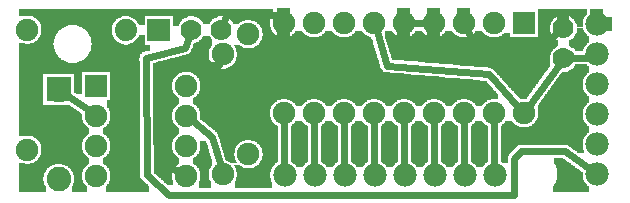
<source format=gbl>
G04 MADE WITH FRITZING*
G04 WWW.FRITZING.ORG*
G04 DOUBLE SIDED*
G04 HOLES PLATED*
G04 CONTOUR ON CENTER OF CONTOUR VECTOR*
%ASAXBY*%
%FSLAX23Y23*%
%MOIN*%
%OFA0B0*%
%SFA1.0B1.0*%
%ADD10C,0.075000*%
%ADD11C,0.078000*%
%ADD12C,0.074000*%
%ADD13C,0.070000*%
%ADD14C,0.082000*%
%ADD15R,0.075000X0.075000*%
%ADD16R,0.082000X0.082000*%
%ADD17C,0.024000*%
%ADD18R,0.001000X0.001000*%
%LNCOPPER0*%
G90*
G70*
G54D10*
X1663Y486D03*
X1858Y362D03*
X744Y282D03*
G54D11*
X927Y98D03*
X1027Y98D03*
X1127Y98D03*
X1227Y98D03*
X1327Y98D03*
X1427Y98D03*
X1527Y98D03*
X1627Y98D03*
X1969Y100D03*
X1969Y200D03*
X1969Y300D03*
X1969Y400D03*
X1969Y500D03*
X1969Y600D03*
G54D10*
X299Y395D03*
X599Y395D03*
X299Y295D03*
X599Y295D03*
X299Y195D03*
X599Y195D03*
X299Y95D03*
X599Y95D03*
X1725Y604D03*
X1625Y604D03*
X1525Y604D03*
X1425Y604D03*
X1325Y604D03*
X1225Y604D03*
X1125Y604D03*
X1025Y604D03*
X925Y604D03*
X925Y304D03*
X1025Y304D03*
X1125Y304D03*
X1225Y304D03*
X1325Y304D03*
X1425Y304D03*
X1525Y304D03*
X1625Y304D03*
X1725Y304D03*
G54D12*
X507Y581D03*
X397Y581D03*
G54D13*
X1856Y487D03*
X1856Y587D03*
X716Y583D03*
X616Y583D03*
G54D10*
X806Y168D03*
X806Y568D03*
X721Y100D03*
X721Y500D03*
G54D14*
X173Y383D03*
X173Y85D03*
G54D10*
X69Y583D03*
X69Y183D03*
G54D15*
X299Y395D03*
X1725Y604D03*
G54D16*
X173Y384D03*
G54D17*
X1625Y276D02*
X1626Y128D01*
D02*
X1525Y276D02*
X1526Y128D01*
D02*
X1425Y276D02*
X1426Y128D01*
D02*
X1325Y276D02*
X1326Y128D01*
D02*
X1225Y276D02*
X1226Y128D01*
D02*
X1125Y276D02*
X1126Y128D01*
D02*
X1025Y276D02*
X1026Y128D01*
D02*
X925Y276D02*
X926Y128D01*
D02*
X1836Y571D02*
X1722Y483D01*
D02*
X1722Y483D02*
X1561Y525D01*
D02*
X1561Y525D02*
X1537Y578D01*
D02*
X273Y314D02*
X173Y383D01*
D02*
X1233Y577D02*
X1268Y463D01*
D02*
X1268Y463D02*
X1607Y434D01*
D02*
X1607Y434D02*
X1705Y326D01*
D02*
X1841Y465D02*
X1741Y328D01*
D02*
X621Y277D02*
X684Y225D01*
X684Y225D02*
X713Y128D01*
D02*
X1877Y503D02*
X1860Y489D01*
X1860Y489D02*
X1932Y489D01*
X1932Y489D02*
X1940Y492D01*
D02*
X906Y626D02*
X900Y633D01*
X900Y633D02*
X732Y633D01*
X732Y633D02*
X724Y608D01*
D02*
X1396Y604D02*
X1353Y604D01*
D02*
X574Y109D02*
X526Y135D01*
D02*
X526Y135D02*
X526Y454D01*
D02*
X526Y454D02*
X708Y465D01*
X708Y465D02*
X711Y473D01*
D02*
X1944Y118D02*
X1860Y177D01*
X1860Y177D02*
X1716Y177D01*
X1716Y177D02*
X1692Y153D01*
X1692Y153D02*
X1692Y33D01*
X1692Y33D02*
X540Y33D01*
X540Y33D02*
X468Y97D01*
D02*
X468Y97D02*
X465Y489D01*
D02*
X465Y489D02*
X595Y522D01*
D02*
X595Y522D02*
X608Y558D01*
G36*
X1902Y589D02*
X1902Y581D01*
X1900Y581D01*
X1900Y573D01*
X1898Y573D01*
X1898Y567D01*
X1896Y567D01*
X1896Y563D01*
X1894Y563D01*
X1894Y561D01*
X1892Y561D01*
X1892Y557D01*
X1890Y557D01*
X1890Y555D01*
X1888Y555D01*
X1888Y553D01*
X1886Y553D01*
X1886Y551D01*
X1882Y551D01*
X1882Y549D01*
X1880Y549D01*
X1880Y547D01*
X1876Y547D01*
X1876Y527D01*
X1878Y527D01*
X1878Y525D01*
X1880Y525D01*
X1880Y523D01*
X1886Y523D01*
X1886Y521D01*
X1890Y521D01*
X1890Y519D01*
X1892Y519D01*
X1892Y517D01*
X1894Y517D01*
X1894Y515D01*
X1896Y515D01*
X1896Y511D01*
X1922Y511D01*
X1922Y517D01*
X1924Y517D01*
X1924Y521D01*
X1926Y521D01*
X1926Y525D01*
X1928Y525D01*
X1928Y529D01*
X1930Y529D01*
X1930Y531D01*
X1932Y531D01*
X1932Y533D01*
X1934Y533D01*
X1934Y535D01*
X1936Y535D01*
X1936Y537D01*
X1938Y537D01*
X1938Y539D01*
X1942Y539D01*
X1942Y559D01*
X1940Y559D01*
X1940Y561D01*
X1938Y561D01*
X1938Y563D01*
X1936Y563D01*
X1936Y565D01*
X1934Y565D01*
X1934Y567D01*
X1932Y567D01*
X1932Y569D01*
X1930Y569D01*
X1930Y571D01*
X1928Y571D01*
X1928Y575D01*
X1926Y575D01*
X1926Y577D01*
X1924Y577D01*
X1924Y583D01*
X1922Y583D01*
X1922Y589D01*
X1902Y589D01*
G37*
D02*
G36*
X1772Y653D02*
X1772Y631D01*
X1868Y631D01*
X1868Y629D01*
X1874Y629D01*
X1874Y627D01*
X1878Y627D01*
X1878Y625D01*
X1882Y625D01*
X1882Y623D01*
X1884Y623D01*
X1884Y621D01*
X1886Y621D01*
X1886Y619D01*
X1888Y619D01*
X1888Y617D01*
X1890Y617D01*
X1890Y615D01*
X1892Y615D01*
X1892Y613D01*
X1894Y613D01*
X1894Y609D01*
X1896Y609D01*
X1896Y605D01*
X1898Y605D01*
X1898Y601D01*
X1900Y601D01*
X1900Y593D01*
X1920Y593D01*
X1920Y611D01*
X1922Y611D01*
X1922Y617D01*
X1924Y617D01*
X1924Y621D01*
X1926Y621D01*
X1926Y625D01*
X1928Y625D01*
X1928Y629D01*
X1930Y629D01*
X1930Y631D01*
X1932Y631D01*
X1932Y633D01*
X1934Y633D01*
X1934Y653D01*
X1772Y653D01*
G37*
D02*
G36*
X1772Y631D02*
X1772Y557D01*
X1822Y557D01*
X1822Y559D01*
X1820Y559D01*
X1820Y561D01*
X1818Y561D01*
X1818Y565D01*
X1816Y565D01*
X1816Y569D01*
X1814Y569D01*
X1814Y575D01*
X1812Y575D01*
X1812Y597D01*
X1814Y597D01*
X1814Y603D01*
X1816Y603D01*
X1816Y607D01*
X1818Y607D01*
X1818Y611D01*
X1820Y611D01*
X1820Y613D01*
X1822Y613D01*
X1822Y617D01*
X1824Y617D01*
X1824Y619D01*
X1826Y619D01*
X1826Y621D01*
X1830Y621D01*
X1830Y623D01*
X1832Y623D01*
X1832Y625D01*
X1836Y625D01*
X1836Y627D01*
X1840Y627D01*
X1840Y629D01*
X1846Y629D01*
X1846Y631D01*
X1772Y631D01*
G37*
D02*
G36*
X1264Y579D02*
X1264Y577D01*
X1262Y577D01*
X1262Y557D01*
X1314Y557D01*
X1314Y559D01*
X1308Y559D01*
X1308Y561D01*
X1304Y561D01*
X1304Y563D01*
X1300Y563D01*
X1300Y565D01*
X1296Y565D01*
X1296Y567D01*
X1294Y567D01*
X1294Y569D01*
X1292Y569D01*
X1292Y571D01*
X1290Y571D01*
X1290Y573D01*
X1288Y573D01*
X1288Y575D01*
X1286Y575D01*
X1286Y579D01*
X1264Y579D01*
G37*
D02*
G36*
X1364Y579D02*
X1364Y577D01*
X1362Y577D01*
X1362Y575D01*
X1360Y575D01*
X1360Y571D01*
X1358Y571D01*
X1358Y569D01*
X1356Y569D01*
X1356Y567D01*
X1352Y567D01*
X1352Y565D01*
X1350Y565D01*
X1350Y563D01*
X1346Y563D01*
X1346Y561D01*
X1342Y561D01*
X1342Y559D01*
X1336Y559D01*
X1336Y557D01*
X1414Y557D01*
X1414Y559D01*
X1408Y559D01*
X1408Y561D01*
X1404Y561D01*
X1404Y563D01*
X1400Y563D01*
X1400Y565D01*
X1396Y565D01*
X1396Y567D01*
X1394Y567D01*
X1394Y569D01*
X1392Y569D01*
X1392Y571D01*
X1390Y571D01*
X1390Y573D01*
X1388Y573D01*
X1388Y575D01*
X1386Y575D01*
X1386Y579D01*
X1364Y579D01*
G37*
D02*
G36*
X1464Y579D02*
X1464Y577D01*
X1462Y577D01*
X1462Y575D01*
X1460Y575D01*
X1460Y571D01*
X1458Y571D01*
X1458Y569D01*
X1456Y569D01*
X1456Y567D01*
X1452Y567D01*
X1452Y565D01*
X1450Y565D01*
X1450Y563D01*
X1446Y563D01*
X1446Y561D01*
X1442Y561D01*
X1442Y559D01*
X1436Y559D01*
X1436Y557D01*
X1514Y557D01*
X1514Y559D01*
X1508Y559D01*
X1508Y561D01*
X1504Y561D01*
X1504Y563D01*
X1500Y563D01*
X1500Y565D01*
X1496Y565D01*
X1496Y567D01*
X1494Y567D01*
X1494Y569D01*
X1492Y569D01*
X1492Y571D01*
X1490Y571D01*
X1490Y573D01*
X1488Y573D01*
X1488Y575D01*
X1486Y575D01*
X1486Y579D01*
X1464Y579D01*
G37*
D02*
G36*
X1564Y579D02*
X1564Y577D01*
X1562Y577D01*
X1562Y575D01*
X1560Y575D01*
X1560Y571D01*
X1558Y571D01*
X1558Y569D01*
X1556Y569D01*
X1556Y567D01*
X1552Y567D01*
X1552Y565D01*
X1550Y565D01*
X1550Y563D01*
X1546Y563D01*
X1546Y561D01*
X1542Y561D01*
X1542Y559D01*
X1536Y559D01*
X1536Y557D01*
X1614Y557D01*
X1614Y559D01*
X1608Y559D01*
X1608Y561D01*
X1604Y561D01*
X1604Y563D01*
X1600Y563D01*
X1600Y565D01*
X1596Y565D01*
X1596Y567D01*
X1594Y567D01*
X1594Y569D01*
X1592Y569D01*
X1592Y571D01*
X1590Y571D01*
X1590Y573D01*
X1588Y573D01*
X1588Y575D01*
X1586Y575D01*
X1586Y579D01*
X1564Y579D01*
G37*
D02*
G36*
X1658Y571D02*
X1658Y569D01*
X1656Y569D01*
X1656Y567D01*
X1652Y567D01*
X1652Y565D01*
X1650Y565D01*
X1650Y563D01*
X1646Y563D01*
X1646Y561D01*
X1642Y561D01*
X1642Y559D01*
X1636Y559D01*
X1636Y557D01*
X1678Y557D01*
X1678Y571D01*
X1658Y571D01*
G37*
D02*
G36*
X1262Y557D02*
X1262Y555D01*
X1824Y555D01*
X1824Y557D01*
X1262Y557D01*
G37*
D02*
G36*
X1262Y557D02*
X1262Y555D01*
X1824Y555D01*
X1824Y557D01*
X1262Y557D01*
G37*
D02*
G36*
X1262Y557D02*
X1262Y555D01*
X1824Y555D01*
X1824Y557D01*
X1262Y557D01*
G37*
D02*
G36*
X1262Y557D02*
X1262Y555D01*
X1824Y555D01*
X1824Y557D01*
X1262Y557D01*
G37*
D02*
G36*
X1262Y557D02*
X1262Y555D01*
X1824Y555D01*
X1824Y557D01*
X1262Y557D01*
G37*
D02*
G36*
X1262Y557D02*
X1262Y555D01*
X1824Y555D01*
X1824Y557D01*
X1262Y557D01*
G37*
D02*
G36*
X1262Y555D02*
X1262Y553D01*
X1264Y553D01*
X1264Y547D01*
X1266Y547D01*
X1266Y541D01*
X1268Y541D01*
X1268Y533D01*
X1270Y533D01*
X1270Y527D01*
X1272Y527D01*
X1272Y521D01*
X1274Y521D01*
X1274Y513D01*
X1276Y513D01*
X1276Y507D01*
X1278Y507D01*
X1278Y501D01*
X1280Y501D01*
X1280Y495D01*
X1282Y495D01*
X1282Y487D01*
X1284Y487D01*
X1284Y483D01*
X1302Y483D01*
X1302Y481D01*
X1326Y481D01*
X1326Y479D01*
X1350Y479D01*
X1350Y477D01*
X1372Y477D01*
X1372Y475D01*
X1396Y475D01*
X1396Y473D01*
X1418Y473D01*
X1418Y471D01*
X1442Y471D01*
X1442Y469D01*
X1464Y469D01*
X1464Y467D01*
X1488Y467D01*
X1488Y465D01*
X1512Y465D01*
X1512Y463D01*
X1534Y463D01*
X1534Y461D01*
X1558Y461D01*
X1558Y459D01*
X1580Y459D01*
X1580Y457D01*
X1604Y457D01*
X1604Y455D01*
X1616Y455D01*
X1616Y453D01*
X1620Y453D01*
X1620Y451D01*
X1622Y451D01*
X1622Y449D01*
X1624Y449D01*
X1624Y447D01*
X1626Y447D01*
X1626Y445D01*
X1628Y445D01*
X1628Y443D01*
X1630Y443D01*
X1630Y441D01*
X1632Y441D01*
X1632Y437D01*
X1634Y437D01*
X1634Y435D01*
X1636Y435D01*
X1636Y433D01*
X1638Y433D01*
X1638Y431D01*
X1640Y431D01*
X1640Y429D01*
X1642Y429D01*
X1642Y427D01*
X1644Y427D01*
X1644Y425D01*
X1646Y425D01*
X1646Y423D01*
X1648Y423D01*
X1648Y421D01*
X1650Y421D01*
X1650Y419D01*
X1652Y419D01*
X1652Y415D01*
X1654Y415D01*
X1654Y413D01*
X1656Y413D01*
X1656Y411D01*
X1658Y411D01*
X1658Y409D01*
X1660Y409D01*
X1660Y407D01*
X1662Y407D01*
X1662Y405D01*
X1664Y405D01*
X1664Y403D01*
X1666Y403D01*
X1666Y401D01*
X1668Y401D01*
X1668Y399D01*
X1670Y399D01*
X1670Y397D01*
X1672Y397D01*
X1672Y393D01*
X1674Y393D01*
X1674Y391D01*
X1676Y391D01*
X1676Y389D01*
X1678Y389D01*
X1678Y387D01*
X1680Y387D01*
X1680Y385D01*
X1682Y385D01*
X1682Y383D01*
X1684Y383D01*
X1684Y381D01*
X1686Y381D01*
X1686Y379D01*
X1688Y379D01*
X1688Y377D01*
X1690Y377D01*
X1690Y373D01*
X1692Y373D01*
X1692Y371D01*
X1694Y371D01*
X1694Y369D01*
X1696Y369D01*
X1696Y367D01*
X1698Y367D01*
X1698Y365D01*
X1700Y365D01*
X1700Y363D01*
X1702Y363D01*
X1702Y361D01*
X1704Y361D01*
X1704Y359D01*
X1706Y359D01*
X1706Y357D01*
X1708Y357D01*
X1708Y355D01*
X1710Y355D01*
X1710Y351D01*
X1732Y351D01*
X1732Y353D01*
X1734Y353D01*
X1734Y355D01*
X1736Y355D01*
X1736Y359D01*
X1738Y359D01*
X1738Y361D01*
X1740Y361D01*
X1740Y365D01*
X1742Y365D01*
X1742Y367D01*
X1744Y367D01*
X1744Y369D01*
X1746Y369D01*
X1746Y373D01*
X1748Y373D01*
X1748Y375D01*
X1750Y375D01*
X1750Y379D01*
X1752Y379D01*
X1752Y381D01*
X1754Y381D01*
X1754Y383D01*
X1756Y383D01*
X1756Y387D01*
X1758Y387D01*
X1758Y389D01*
X1760Y389D01*
X1760Y391D01*
X1762Y391D01*
X1762Y395D01*
X1764Y395D01*
X1764Y397D01*
X1766Y397D01*
X1766Y401D01*
X1768Y401D01*
X1768Y403D01*
X1770Y403D01*
X1770Y405D01*
X1772Y405D01*
X1772Y409D01*
X1774Y409D01*
X1774Y411D01*
X1776Y411D01*
X1776Y415D01*
X1778Y415D01*
X1778Y417D01*
X1780Y417D01*
X1780Y419D01*
X1782Y419D01*
X1782Y423D01*
X1784Y423D01*
X1784Y425D01*
X1786Y425D01*
X1786Y427D01*
X1788Y427D01*
X1788Y431D01*
X1790Y431D01*
X1790Y433D01*
X1792Y433D01*
X1792Y437D01*
X1794Y437D01*
X1794Y439D01*
X1796Y439D01*
X1796Y441D01*
X1798Y441D01*
X1798Y445D01*
X1800Y445D01*
X1800Y447D01*
X1802Y447D01*
X1802Y449D01*
X1804Y449D01*
X1804Y453D01*
X1806Y453D01*
X1806Y455D01*
X1808Y455D01*
X1808Y459D01*
X1810Y459D01*
X1810Y461D01*
X1812Y461D01*
X1812Y497D01*
X1814Y497D01*
X1814Y503D01*
X1816Y503D01*
X1816Y507D01*
X1818Y507D01*
X1818Y511D01*
X1820Y511D01*
X1820Y513D01*
X1822Y513D01*
X1822Y517D01*
X1824Y517D01*
X1824Y519D01*
X1828Y519D01*
X1828Y521D01*
X1830Y521D01*
X1830Y523D01*
X1832Y523D01*
X1832Y525D01*
X1836Y525D01*
X1836Y527D01*
X1838Y527D01*
X1838Y547D01*
X1834Y547D01*
X1834Y549D01*
X1830Y549D01*
X1830Y551D01*
X1828Y551D01*
X1828Y553D01*
X1826Y553D01*
X1826Y555D01*
X1262Y555D01*
G37*
D02*
G36*
X964Y279D02*
X964Y277D01*
X962Y277D01*
X962Y275D01*
X960Y275D01*
X960Y271D01*
X958Y271D01*
X958Y269D01*
X956Y269D01*
X956Y267D01*
X952Y267D01*
X952Y265D01*
X950Y265D01*
X950Y263D01*
X948Y263D01*
X948Y141D01*
X950Y141D01*
X950Y139D01*
X954Y139D01*
X954Y137D01*
X956Y137D01*
X956Y135D01*
X960Y135D01*
X960Y133D01*
X962Y133D01*
X962Y131D01*
X964Y131D01*
X964Y127D01*
X966Y127D01*
X966Y125D01*
X988Y125D01*
X988Y129D01*
X990Y129D01*
X990Y131D01*
X992Y131D01*
X992Y133D01*
X994Y133D01*
X994Y135D01*
X996Y135D01*
X996Y137D01*
X1000Y137D01*
X1000Y139D01*
X1002Y139D01*
X1002Y141D01*
X1004Y141D01*
X1004Y263D01*
X1000Y263D01*
X1000Y265D01*
X996Y265D01*
X996Y267D01*
X994Y267D01*
X994Y269D01*
X992Y269D01*
X992Y271D01*
X990Y271D01*
X990Y273D01*
X988Y273D01*
X988Y275D01*
X986Y275D01*
X986Y279D01*
X964Y279D01*
G37*
D02*
G36*
X1064Y279D02*
X1064Y277D01*
X1062Y277D01*
X1062Y275D01*
X1060Y275D01*
X1060Y271D01*
X1058Y271D01*
X1058Y269D01*
X1056Y269D01*
X1056Y267D01*
X1052Y267D01*
X1052Y265D01*
X1050Y265D01*
X1050Y263D01*
X1048Y263D01*
X1048Y141D01*
X1050Y141D01*
X1050Y139D01*
X1054Y139D01*
X1054Y137D01*
X1056Y137D01*
X1056Y135D01*
X1060Y135D01*
X1060Y133D01*
X1062Y133D01*
X1062Y131D01*
X1064Y131D01*
X1064Y127D01*
X1066Y127D01*
X1066Y125D01*
X1088Y125D01*
X1088Y129D01*
X1090Y129D01*
X1090Y131D01*
X1092Y131D01*
X1092Y133D01*
X1094Y133D01*
X1094Y135D01*
X1096Y135D01*
X1096Y137D01*
X1100Y137D01*
X1100Y139D01*
X1102Y139D01*
X1102Y141D01*
X1104Y141D01*
X1104Y261D01*
X1102Y261D01*
X1102Y263D01*
X1100Y263D01*
X1100Y265D01*
X1096Y265D01*
X1096Y267D01*
X1094Y267D01*
X1094Y269D01*
X1092Y269D01*
X1092Y271D01*
X1090Y271D01*
X1090Y273D01*
X1088Y273D01*
X1088Y275D01*
X1086Y275D01*
X1086Y279D01*
X1064Y279D01*
G37*
D02*
G36*
X1164Y279D02*
X1164Y277D01*
X1162Y277D01*
X1162Y275D01*
X1160Y275D01*
X1160Y271D01*
X1158Y271D01*
X1158Y269D01*
X1156Y269D01*
X1156Y267D01*
X1152Y267D01*
X1152Y265D01*
X1150Y265D01*
X1150Y263D01*
X1148Y263D01*
X1148Y141D01*
X1150Y141D01*
X1150Y139D01*
X1154Y139D01*
X1154Y137D01*
X1156Y137D01*
X1156Y135D01*
X1160Y135D01*
X1160Y133D01*
X1162Y133D01*
X1162Y131D01*
X1164Y131D01*
X1164Y127D01*
X1166Y127D01*
X1166Y125D01*
X1188Y125D01*
X1188Y129D01*
X1190Y129D01*
X1190Y131D01*
X1192Y131D01*
X1192Y133D01*
X1194Y133D01*
X1194Y135D01*
X1196Y135D01*
X1196Y137D01*
X1200Y137D01*
X1200Y139D01*
X1202Y139D01*
X1202Y141D01*
X1204Y141D01*
X1204Y261D01*
X1202Y261D01*
X1202Y263D01*
X1200Y263D01*
X1200Y265D01*
X1196Y265D01*
X1196Y267D01*
X1194Y267D01*
X1194Y269D01*
X1192Y269D01*
X1192Y271D01*
X1190Y271D01*
X1190Y273D01*
X1188Y273D01*
X1188Y275D01*
X1186Y275D01*
X1186Y279D01*
X1164Y279D01*
G37*
D02*
G36*
X1264Y279D02*
X1264Y277D01*
X1262Y277D01*
X1262Y275D01*
X1260Y275D01*
X1260Y271D01*
X1258Y271D01*
X1258Y269D01*
X1256Y269D01*
X1256Y267D01*
X1252Y267D01*
X1252Y265D01*
X1250Y265D01*
X1250Y263D01*
X1248Y263D01*
X1248Y141D01*
X1250Y141D01*
X1250Y139D01*
X1254Y139D01*
X1254Y137D01*
X1256Y137D01*
X1256Y135D01*
X1260Y135D01*
X1260Y133D01*
X1262Y133D01*
X1262Y131D01*
X1264Y131D01*
X1264Y127D01*
X1266Y127D01*
X1266Y125D01*
X1288Y125D01*
X1288Y129D01*
X1290Y129D01*
X1290Y131D01*
X1292Y131D01*
X1292Y133D01*
X1294Y133D01*
X1294Y135D01*
X1296Y135D01*
X1296Y137D01*
X1300Y137D01*
X1300Y139D01*
X1302Y139D01*
X1302Y141D01*
X1304Y141D01*
X1304Y261D01*
X1302Y261D01*
X1302Y263D01*
X1300Y263D01*
X1300Y265D01*
X1296Y265D01*
X1296Y267D01*
X1294Y267D01*
X1294Y269D01*
X1292Y269D01*
X1292Y271D01*
X1290Y271D01*
X1290Y273D01*
X1288Y273D01*
X1288Y275D01*
X1286Y275D01*
X1286Y279D01*
X1264Y279D01*
G37*
D02*
G36*
X1364Y279D02*
X1364Y277D01*
X1362Y277D01*
X1362Y275D01*
X1360Y275D01*
X1360Y271D01*
X1358Y271D01*
X1358Y269D01*
X1356Y269D01*
X1356Y267D01*
X1352Y267D01*
X1352Y265D01*
X1350Y265D01*
X1350Y263D01*
X1348Y263D01*
X1348Y141D01*
X1350Y141D01*
X1350Y139D01*
X1354Y139D01*
X1354Y137D01*
X1356Y137D01*
X1356Y135D01*
X1360Y135D01*
X1360Y133D01*
X1362Y133D01*
X1362Y131D01*
X1364Y131D01*
X1364Y127D01*
X1366Y127D01*
X1366Y125D01*
X1388Y125D01*
X1388Y129D01*
X1390Y129D01*
X1390Y131D01*
X1392Y131D01*
X1392Y133D01*
X1394Y133D01*
X1394Y135D01*
X1396Y135D01*
X1396Y137D01*
X1400Y137D01*
X1400Y139D01*
X1402Y139D01*
X1402Y141D01*
X1404Y141D01*
X1404Y261D01*
X1402Y261D01*
X1402Y263D01*
X1400Y263D01*
X1400Y265D01*
X1396Y265D01*
X1396Y267D01*
X1394Y267D01*
X1394Y269D01*
X1392Y269D01*
X1392Y271D01*
X1390Y271D01*
X1390Y273D01*
X1388Y273D01*
X1388Y275D01*
X1386Y275D01*
X1386Y279D01*
X1364Y279D01*
G37*
D02*
G36*
X1464Y279D02*
X1464Y277D01*
X1462Y277D01*
X1462Y275D01*
X1460Y275D01*
X1460Y271D01*
X1458Y271D01*
X1458Y269D01*
X1456Y269D01*
X1456Y267D01*
X1452Y267D01*
X1452Y265D01*
X1450Y265D01*
X1450Y263D01*
X1448Y263D01*
X1448Y141D01*
X1450Y141D01*
X1450Y139D01*
X1454Y139D01*
X1454Y137D01*
X1456Y137D01*
X1456Y135D01*
X1460Y135D01*
X1460Y133D01*
X1462Y133D01*
X1462Y131D01*
X1464Y131D01*
X1464Y127D01*
X1466Y127D01*
X1466Y125D01*
X1488Y125D01*
X1488Y129D01*
X1490Y129D01*
X1490Y131D01*
X1492Y131D01*
X1492Y133D01*
X1494Y133D01*
X1494Y135D01*
X1496Y135D01*
X1496Y137D01*
X1500Y137D01*
X1500Y139D01*
X1502Y139D01*
X1502Y141D01*
X1504Y141D01*
X1504Y261D01*
X1502Y261D01*
X1502Y263D01*
X1500Y263D01*
X1500Y265D01*
X1496Y265D01*
X1496Y267D01*
X1494Y267D01*
X1494Y269D01*
X1492Y269D01*
X1492Y271D01*
X1490Y271D01*
X1490Y273D01*
X1488Y273D01*
X1488Y275D01*
X1486Y275D01*
X1486Y279D01*
X1464Y279D01*
G37*
D02*
G36*
X1564Y279D02*
X1564Y277D01*
X1562Y277D01*
X1562Y275D01*
X1560Y275D01*
X1560Y271D01*
X1558Y271D01*
X1558Y269D01*
X1556Y269D01*
X1556Y267D01*
X1552Y267D01*
X1552Y265D01*
X1550Y265D01*
X1550Y263D01*
X1548Y263D01*
X1548Y141D01*
X1550Y141D01*
X1550Y139D01*
X1554Y139D01*
X1554Y137D01*
X1556Y137D01*
X1556Y135D01*
X1560Y135D01*
X1560Y133D01*
X1562Y133D01*
X1562Y131D01*
X1564Y131D01*
X1564Y127D01*
X1566Y127D01*
X1566Y125D01*
X1588Y125D01*
X1588Y129D01*
X1590Y129D01*
X1590Y131D01*
X1592Y131D01*
X1592Y133D01*
X1594Y133D01*
X1594Y135D01*
X1596Y135D01*
X1596Y137D01*
X1600Y137D01*
X1600Y139D01*
X1602Y139D01*
X1602Y141D01*
X1604Y141D01*
X1604Y261D01*
X1602Y261D01*
X1602Y263D01*
X1600Y263D01*
X1600Y265D01*
X1596Y265D01*
X1596Y267D01*
X1594Y267D01*
X1594Y269D01*
X1592Y269D01*
X1592Y271D01*
X1590Y271D01*
X1590Y273D01*
X1588Y273D01*
X1588Y275D01*
X1586Y275D01*
X1586Y279D01*
X1564Y279D01*
G37*
D02*
G36*
X1896Y467D02*
X1896Y463D01*
X1894Y463D01*
X1894Y461D01*
X1892Y461D01*
X1892Y457D01*
X1890Y457D01*
X1890Y455D01*
X1888Y455D01*
X1888Y453D01*
X1886Y453D01*
X1886Y451D01*
X1882Y451D01*
X1882Y449D01*
X1880Y449D01*
X1880Y447D01*
X1876Y447D01*
X1876Y445D01*
X1872Y445D01*
X1872Y443D01*
X1864Y443D01*
X1864Y441D01*
X1850Y441D01*
X1850Y439D01*
X1848Y439D01*
X1848Y435D01*
X1846Y435D01*
X1846Y433D01*
X1844Y433D01*
X1844Y431D01*
X1842Y431D01*
X1842Y427D01*
X1840Y427D01*
X1840Y425D01*
X1838Y425D01*
X1838Y421D01*
X1836Y421D01*
X1836Y419D01*
X1834Y419D01*
X1834Y417D01*
X1832Y417D01*
X1832Y413D01*
X1830Y413D01*
X1830Y411D01*
X1828Y411D01*
X1828Y409D01*
X1826Y409D01*
X1826Y405D01*
X1824Y405D01*
X1824Y403D01*
X1822Y403D01*
X1822Y399D01*
X1820Y399D01*
X1820Y397D01*
X1818Y397D01*
X1818Y395D01*
X1816Y395D01*
X1816Y391D01*
X1814Y391D01*
X1814Y389D01*
X1812Y389D01*
X1812Y385D01*
X1810Y385D01*
X1810Y383D01*
X1808Y383D01*
X1808Y381D01*
X1806Y381D01*
X1806Y377D01*
X1804Y377D01*
X1804Y375D01*
X1802Y375D01*
X1802Y373D01*
X1800Y373D01*
X1800Y369D01*
X1798Y369D01*
X1798Y367D01*
X1796Y367D01*
X1796Y363D01*
X1794Y363D01*
X1794Y361D01*
X1792Y361D01*
X1792Y359D01*
X1790Y359D01*
X1790Y355D01*
X1788Y355D01*
X1788Y353D01*
X1786Y353D01*
X1786Y351D01*
X1784Y351D01*
X1784Y347D01*
X1782Y347D01*
X1782Y345D01*
X1780Y345D01*
X1780Y341D01*
X1778Y341D01*
X1778Y339D01*
X1776Y339D01*
X1776Y337D01*
X1774Y337D01*
X1774Y333D01*
X1772Y333D01*
X1772Y295D01*
X1770Y295D01*
X1770Y287D01*
X1768Y287D01*
X1768Y283D01*
X1766Y283D01*
X1766Y279D01*
X1764Y279D01*
X1764Y277D01*
X1762Y277D01*
X1762Y275D01*
X1760Y275D01*
X1760Y271D01*
X1758Y271D01*
X1758Y269D01*
X1756Y269D01*
X1756Y267D01*
X1752Y267D01*
X1752Y265D01*
X1750Y265D01*
X1750Y263D01*
X1746Y263D01*
X1746Y261D01*
X1742Y261D01*
X1742Y259D01*
X1736Y259D01*
X1736Y257D01*
X1942Y257D01*
X1942Y259D01*
X1940Y259D01*
X1940Y261D01*
X1938Y261D01*
X1938Y263D01*
X1936Y263D01*
X1936Y265D01*
X1934Y265D01*
X1934Y267D01*
X1932Y267D01*
X1932Y269D01*
X1930Y269D01*
X1930Y271D01*
X1928Y271D01*
X1928Y275D01*
X1926Y275D01*
X1926Y277D01*
X1924Y277D01*
X1924Y283D01*
X1922Y283D01*
X1922Y289D01*
X1920Y289D01*
X1920Y311D01*
X1922Y311D01*
X1922Y317D01*
X1924Y317D01*
X1924Y321D01*
X1926Y321D01*
X1926Y325D01*
X1928Y325D01*
X1928Y329D01*
X1930Y329D01*
X1930Y331D01*
X1932Y331D01*
X1932Y333D01*
X1934Y333D01*
X1934Y335D01*
X1936Y335D01*
X1936Y337D01*
X1938Y337D01*
X1938Y339D01*
X1942Y339D01*
X1942Y359D01*
X1940Y359D01*
X1940Y361D01*
X1938Y361D01*
X1938Y363D01*
X1936Y363D01*
X1936Y365D01*
X1934Y365D01*
X1934Y367D01*
X1932Y367D01*
X1932Y369D01*
X1930Y369D01*
X1930Y371D01*
X1928Y371D01*
X1928Y375D01*
X1926Y375D01*
X1926Y377D01*
X1924Y377D01*
X1924Y383D01*
X1922Y383D01*
X1922Y389D01*
X1920Y389D01*
X1920Y411D01*
X1922Y411D01*
X1922Y417D01*
X1924Y417D01*
X1924Y421D01*
X1926Y421D01*
X1926Y425D01*
X1928Y425D01*
X1928Y429D01*
X1930Y429D01*
X1930Y431D01*
X1932Y431D01*
X1932Y433D01*
X1934Y433D01*
X1934Y435D01*
X1936Y435D01*
X1936Y437D01*
X1938Y437D01*
X1938Y439D01*
X1942Y439D01*
X1942Y459D01*
X1940Y459D01*
X1940Y461D01*
X1938Y461D01*
X1938Y463D01*
X1936Y463D01*
X1936Y465D01*
X1934Y465D01*
X1934Y467D01*
X1896Y467D01*
G37*
D02*
G36*
X1664Y279D02*
X1664Y277D01*
X1662Y277D01*
X1662Y275D01*
X1660Y275D01*
X1660Y271D01*
X1658Y271D01*
X1658Y269D01*
X1656Y269D01*
X1656Y267D01*
X1652Y267D01*
X1652Y265D01*
X1650Y265D01*
X1650Y263D01*
X1648Y263D01*
X1648Y257D01*
X1714Y257D01*
X1714Y259D01*
X1708Y259D01*
X1708Y261D01*
X1704Y261D01*
X1704Y263D01*
X1700Y263D01*
X1700Y265D01*
X1696Y265D01*
X1696Y267D01*
X1694Y267D01*
X1694Y269D01*
X1692Y269D01*
X1692Y271D01*
X1690Y271D01*
X1690Y273D01*
X1688Y273D01*
X1688Y275D01*
X1686Y275D01*
X1686Y279D01*
X1664Y279D01*
G37*
D02*
G36*
X1648Y257D02*
X1648Y255D01*
X1942Y255D01*
X1942Y257D01*
X1648Y257D01*
G37*
D02*
G36*
X1648Y257D02*
X1648Y255D01*
X1942Y255D01*
X1942Y257D01*
X1648Y257D01*
G37*
D02*
G36*
X1648Y255D02*
X1648Y199D01*
X1866Y199D01*
X1866Y197D01*
X1870Y197D01*
X1870Y195D01*
X1874Y195D01*
X1874Y193D01*
X1876Y193D01*
X1876Y191D01*
X1880Y191D01*
X1880Y189D01*
X1882Y189D01*
X1882Y187D01*
X1886Y187D01*
X1886Y185D01*
X1888Y185D01*
X1888Y183D01*
X1890Y183D01*
X1890Y181D01*
X1894Y181D01*
X1894Y179D01*
X1896Y179D01*
X1896Y177D01*
X1900Y177D01*
X1900Y175D01*
X1902Y175D01*
X1902Y173D01*
X1904Y173D01*
X1904Y171D01*
X1926Y171D01*
X1926Y177D01*
X1924Y177D01*
X1924Y183D01*
X1922Y183D01*
X1922Y189D01*
X1920Y189D01*
X1920Y211D01*
X1922Y211D01*
X1922Y217D01*
X1924Y217D01*
X1924Y221D01*
X1926Y221D01*
X1926Y225D01*
X1928Y225D01*
X1928Y229D01*
X1930Y229D01*
X1930Y231D01*
X1932Y231D01*
X1932Y233D01*
X1934Y233D01*
X1934Y235D01*
X1936Y235D01*
X1936Y237D01*
X1938Y237D01*
X1938Y239D01*
X1942Y239D01*
X1942Y255D01*
X1648Y255D01*
G37*
D02*
G36*
X1648Y199D02*
X1648Y141D01*
X1650Y141D01*
X1650Y139D01*
X1670Y139D01*
X1670Y159D01*
X1672Y159D01*
X1672Y163D01*
X1674Y163D01*
X1674Y167D01*
X1676Y167D01*
X1676Y169D01*
X1678Y169D01*
X1678Y171D01*
X1680Y171D01*
X1680Y173D01*
X1682Y173D01*
X1682Y175D01*
X1684Y175D01*
X1684Y177D01*
X1686Y177D01*
X1686Y179D01*
X1688Y179D01*
X1688Y181D01*
X1690Y181D01*
X1690Y183D01*
X1692Y183D01*
X1692Y185D01*
X1694Y185D01*
X1694Y187D01*
X1696Y187D01*
X1696Y189D01*
X1698Y189D01*
X1698Y191D01*
X1700Y191D01*
X1700Y193D01*
X1702Y193D01*
X1702Y195D01*
X1706Y195D01*
X1706Y197D01*
X1710Y197D01*
X1710Y199D01*
X1648Y199D01*
G37*
D02*
G36*
X644Y213D02*
X644Y205D01*
X646Y205D01*
X646Y185D01*
X644Y185D01*
X644Y177D01*
X642Y177D01*
X642Y173D01*
X640Y173D01*
X640Y169D01*
X638Y169D01*
X638Y167D01*
X636Y167D01*
X636Y165D01*
X634Y165D01*
X634Y161D01*
X630Y161D01*
X630Y159D01*
X628Y159D01*
X628Y157D01*
X626Y157D01*
X626Y155D01*
X622Y155D01*
X622Y135D01*
X626Y135D01*
X626Y133D01*
X628Y133D01*
X628Y131D01*
X630Y131D01*
X630Y129D01*
X634Y129D01*
X634Y125D01*
X636Y125D01*
X636Y123D01*
X638Y123D01*
X638Y121D01*
X640Y121D01*
X640Y117D01*
X642Y117D01*
X642Y113D01*
X644Y113D01*
X644Y105D01*
X646Y105D01*
X646Y85D01*
X644Y85D01*
X644Y77D01*
X642Y77D01*
X642Y55D01*
X682Y55D01*
X682Y75D01*
X680Y75D01*
X680Y77D01*
X678Y77D01*
X678Y81D01*
X676Y81D01*
X676Y87D01*
X674Y87D01*
X674Y113D01*
X676Y113D01*
X676Y119D01*
X678Y119D01*
X678Y123D01*
X680Y123D01*
X680Y125D01*
X682Y125D01*
X682Y129D01*
X684Y129D01*
X684Y151D01*
X682Y151D01*
X682Y157D01*
X680Y157D01*
X680Y163D01*
X678Y163D01*
X678Y171D01*
X676Y171D01*
X676Y177D01*
X674Y177D01*
X674Y185D01*
X672Y185D01*
X672Y191D01*
X670Y191D01*
X670Y197D01*
X668Y197D01*
X668Y205D01*
X666Y205D01*
X666Y211D01*
X664Y211D01*
X664Y213D01*
X644Y213D01*
G37*
D02*
G36*
X1826Y155D02*
X1826Y135D01*
X1828Y135D01*
X1828Y131D01*
X1830Y131D01*
X1830Y127D01*
X1832Y127D01*
X1832Y121D01*
X1834Y121D01*
X1834Y115D01*
X1836Y115D01*
X1836Y87D01*
X1834Y87D01*
X1834Y81D01*
X1832Y81D01*
X1832Y75D01*
X1830Y75D01*
X1830Y71D01*
X1828Y71D01*
X1828Y67D01*
X1826Y67D01*
X1826Y65D01*
X1824Y65D01*
X1824Y61D01*
X1822Y61D01*
X1822Y41D01*
X1940Y41D01*
X1940Y61D01*
X1938Y61D01*
X1938Y63D01*
X1936Y63D01*
X1936Y65D01*
X1934Y65D01*
X1934Y67D01*
X1932Y67D01*
X1932Y69D01*
X1930Y69D01*
X1930Y71D01*
X1928Y71D01*
X1928Y75D01*
X1926Y75D01*
X1926Y77D01*
X1924Y77D01*
X1924Y83D01*
X1922Y83D01*
X1922Y89D01*
X1920Y89D01*
X1920Y107D01*
X1918Y107D01*
X1918Y109D01*
X1916Y109D01*
X1916Y111D01*
X1914Y111D01*
X1914Y113D01*
X1910Y113D01*
X1910Y115D01*
X1908Y115D01*
X1908Y117D01*
X1904Y117D01*
X1904Y119D01*
X1902Y119D01*
X1902Y121D01*
X1900Y121D01*
X1900Y123D01*
X1896Y123D01*
X1896Y125D01*
X1894Y125D01*
X1894Y127D01*
X1890Y127D01*
X1890Y129D01*
X1888Y129D01*
X1888Y131D01*
X1886Y131D01*
X1886Y133D01*
X1882Y133D01*
X1882Y135D01*
X1880Y135D01*
X1880Y137D01*
X1876Y137D01*
X1876Y139D01*
X1874Y139D01*
X1874Y141D01*
X1872Y141D01*
X1872Y143D01*
X1868Y143D01*
X1868Y145D01*
X1866Y145D01*
X1866Y147D01*
X1862Y147D01*
X1862Y149D01*
X1860Y149D01*
X1860Y151D01*
X1858Y151D01*
X1858Y153D01*
X1854Y153D01*
X1854Y155D01*
X1826Y155D01*
G37*
D02*
G36*
X40Y653D02*
X40Y629D01*
X82Y629D01*
X82Y627D01*
X726Y627D01*
X726Y625D01*
X734Y625D01*
X734Y623D01*
X738Y623D01*
X738Y621D01*
X740Y621D01*
X740Y619D01*
X744Y619D01*
X744Y617D01*
X746Y617D01*
X746Y615D01*
X816Y615D01*
X816Y613D01*
X822Y613D01*
X822Y611D01*
X828Y611D01*
X828Y609D01*
X830Y609D01*
X830Y607D01*
X834Y607D01*
X834Y605D01*
X836Y605D01*
X836Y603D01*
X838Y603D01*
X838Y601D01*
X840Y601D01*
X840Y599D01*
X842Y599D01*
X842Y597D01*
X844Y597D01*
X844Y595D01*
X846Y595D01*
X846Y591D01*
X848Y591D01*
X848Y587D01*
X850Y587D01*
X850Y583D01*
X852Y583D01*
X852Y573D01*
X854Y573D01*
X854Y561D01*
X852Y561D01*
X852Y557D01*
X914Y557D01*
X914Y559D01*
X908Y559D01*
X908Y561D01*
X904Y561D01*
X904Y563D01*
X900Y563D01*
X900Y565D01*
X896Y565D01*
X896Y567D01*
X894Y567D01*
X894Y569D01*
X892Y569D01*
X892Y571D01*
X890Y571D01*
X890Y573D01*
X888Y573D01*
X888Y575D01*
X886Y575D01*
X886Y579D01*
X884Y579D01*
X884Y581D01*
X882Y581D01*
X882Y585D01*
X880Y585D01*
X880Y591D01*
X878Y591D01*
X878Y617D01*
X880Y617D01*
X880Y623D01*
X882Y623D01*
X882Y627D01*
X884Y627D01*
X884Y631D01*
X886Y631D01*
X886Y633D01*
X888Y633D01*
X888Y653D01*
X40Y653D01*
G37*
D02*
G36*
X88Y627D02*
X88Y625D01*
X92Y625D01*
X92Y623D01*
X94Y623D01*
X94Y621D01*
X98Y621D01*
X98Y619D01*
X100Y619D01*
X100Y617D01*
X102Y617D01*
X102Y615D01*
X104Y615D01*
X104Y613D01*
X106Y613D01*
X106Y611D01*
X108Y611D01*
X108Y607D01*
X110Y607D01*
X110Y605D01*
X112Y605D01*
X112Y601D01*
X114Y601D01*
X114Y597D01*
X236Y597D01*
X236Y595D01*
X242Y595D01*
X242Y593D01*
X246Y593D01*
X246Y591D01*
X250Y591D01*
X250Y589D01*
X254Y589D01*
X254Y587D01*
X256Y587D01*
X256Y585D01*
X260Y585D01*
X260Y583D01*
X262Y583D01*
X262Y581D01*
X264Y581D01*
X264Y579D01*
X266Y579D01*
X266Y577D01*
X268Y577D01*
X268Y575D01*
X270Y575D01*
X270Y571D01*
X272Y571D01*
X272Y569D01*
X274Y569D01*
X274Y565D01*
X276Y565D01*
X276Y561D01*
X278Y561D01*
X278Y557D01*
X280Y557D01*
X280Y551D01*
X282Y551D01*
X282Y537D01*
X284Y537D01*
X284Y533D01*
X390Y533D01*
X390Y535D01*
X382Y535D01*
X382Y537D01*
X378Y537D01*
X378Y539D01*
X374Y539D01*
X374Y541D01*
X370Y541D01*
X370Y543D01*
X368Y543D01*
X368Y545D01*
X366Y545D01*
X366Y547D01*
X364Y547D01*
X364Y549D01*
X362Y549D01*
X362Y551D01*
X360Y551D01*
X360Y553D01*
X358Y553D01*
X358Y557D01*
X356Y557D01*
X356Y559D01*
X354Y559D01*
X354Y565D01*
X352Y565D01*
X352Y571D01*
X350Y571D01*
X350Y589D01*
X352Y589D01*
X352Y597D01*
X354Y597D01*
X354Y601D01*
X356Y601D01*
X356Y605D01*
X358Y605D01*
X358Y607D01*
X360Y607D01*
X360Y611D01*
X362Y611D01*
X362Y613D01*
X364Y613D01*
X364Y615D01*
X366Y615D01*
X366Y617D01*
X370Y617D01*
X370Y619D01*
X372Y619D01*
X372Y621D01*
X376Y621D01*
X376Y623D01*
X380Y623D01*
X380Y625D01*
X386Y625D01*
X386Y627D01*
X88Y627D01*
G37*
D02*
G36*
X408Y627D02*
X408Y625D01*
X414Y625D01*
X414Y623D01*
X418Y623D01*
X418Y621D01*
X422Y621D01*
X422Y619D01*
X424Y619D01*
X424Y617D01*
X428Y617D01*
X428Y615D01*
X430Y615D01*
X430Y613D01*
X432Y613D01*
X432Y611D01*
X434Y611D01*
X434Y607D01*
X436Y607D01*
X436Y605D01*
X438Y605D01*
X438Y601D01*
X440Y601D01*
X440Y597D01*
X460Y597D01*
X460Y627D01*
X408Y627D01*
G37*
D02*
G36*
X554Y627D02*
X554Y595D01*
X574Y595D01*
X574Y601D01*
X576Y601D01*
X576Y603D01*
X578Y603D01*
X578Y607D01*
X580Y607D01*
X580Y609D01*
X582Y609D01*
X582Y613D01*
X584Y613D01*
X584Y615D01*
X586Y615D01*
X586Y617D01*
X590Y617D01*
X590Y619D01*
X592Y619D01*
X592Y621D01*
X596Y621D01*
X596Y623D01*
X600Y623D01*
X600Y625D01*
X606Y625D01*
X606Y627D01*
X554Y627D01*
G37*
D02*
G36*
X626Y627D02*
X626Y625D01*
X634Y625D01*
X634Y623D01*
X638Y623D01*
X638Y621D01*
X640Y621D01*
X640Y619D01*
X644Y619D01*
X644Y617D01*
X646Y617D01*
X646Y615D01*
X648Y615D01*
X648Y613D01*
X650Y613D01*
X650Y611D01*
X652Y611D01*
X652Y609D01*
X654Y609D01*
X654Y605D01*
X656Y605D01*
X656Y601D01*
X676Y601D01*
X676Y603D01*
X678Y603D01*
X678Y607D01*
X680Y607D01*
X680Y609D01*
X682Y609D01*
X682Y613D01*
X684Y613D01*
X684Y615D01*
X686Y615D01*
X686Y617D01*
X690Y617D01*
X690Y619D01*
X692Y619D01*
X692Y621D01*
X696Y621D01*
X696Y623D01*
X700Y623D01*
X700Y625D01*
X706Y625D01*
X706Y627D01*
X626Y627D01*
G37*
D02*
G36*
X748Y615D02*
X748Y613D01*
X750Y613D01*
X750Y611D01*
X752Y611D01*
X752Y609D01*
X754Y609D01*
X754Y605D01*
X756Y605D01*
X756Y603D01*
X776Y603D01*
X776Y605D01*
X778Y605D01*
X778Y607D01*
X782Y607D01*
X782Y609D01*
X784Y609D01*
X784Y611D01*
X790Y611D01*
X790Y613D01*
X796Y613D01*
X796Y615D01*
X748Y615D01*
G37*
D02*
G36*
X114Y597D02*
X114Y593D01*
X116Y593D01*
X116Y571D01*
X114Y571D01*
X114Y565D01*
X112Y565D01*
X112Y561D01*
X110Y561D01*
X110Y557D01*
X108Y557D01*
X108Y555D01*
X106Y555D01*
X106Y551D01*
X104Y551D01*
X104Y549D01*
X102Y549D01*
X102Y547D01*
X100Y547D01*
X100Y545D01*
X96Y545D01*
X96Y543D01*
X94Y543D01*
X94Y541D01*
X90Y541D01*
X90Y539D01*
X86Y539D01*
X86Y537D01*
X78Y537D01*
X78Y535D01*
X156Y535D01*
X156Y539D01*
X158Y539D01*
X158Y551D01*
X160Y551D01*
X160Y557D01*
X162Y557D01*
X162Y561D01*
X164Y561D01*
X164Y565D01*
X166Y565D01*
X166Y569D01*
X168Y569D01*
X168Y573D01*
X170Y573D01*
X170Y575D01*
X172Y575D01*
X172Y577D01*
X174Y577D01*
X174Y579D01*
X176Y579D01*
X176Y581D01*
X178Y581D01*
X178Y583D01*
X180Y583D01*
X180Y585D01*
X184Y585D01*
X184Y587D01*
X186Y587D01*
X186Y589D01*
X190Y589D01*
X190Y591D01*
X194Y591D01*
X194Y593D01*
X198Y593D01*
X198Y595D01*
X204Y595D01*
X204Y597D01*
X114Y597D01*
G37*
D02*
G36*
X964Y579D02*
X964Y577D01*
X962Y577D01*
X962Y575D01*
X960Y575D01*
X960Y571D01*
X958Y571D01*
X958Y569D01*
X956Y569D01*
X956Y567D01*
X952Y567D01*
X952Y565D01*
X950Y565D01*
X950Y563D01*
X946Y563D01*
X946Y561D01*
X942Y561D01*
X942Y559D01*
X936Y559D01*
X936Y557D01*
X1014Y557D01*
X1014Y559D01*
X1008Y559D01*
X1008Y561D01*
X1004Y561D01*
X1004Y563D01*
X1000Y563D01*
X1000Y565D01*
X996Y565D01*
X996Y567D01*
X994Y567D01*
X994Y569D01*
X992Y569D01*
X992Y571D01*
X990Y571D01*
X990Y573D01*
X988Y573D01*
X988Y575D01*
X986Y575D01*
X986Y579D01*
X964Y579D01*
G37*
D02*
G36*
X1064Y579D02*
X1064Y577D01*
X1062Y577D01*
X1062Y575D01*
X1060Y575D01*
X1060Y571D01*
X1058Y571D01*
X1058Y569D01*
X1056Y569D01*
X1056Y567D01*
X1052Y567D01*
X1052Y565D01*
X1050Y565D01*
X1050Y563D01*
X1046Y563D01*
X1046Y561D01*
X1042Y561D01*
X1042Y559D01*
X1036Y559D01*
X1036Y557D01*
X1114Y557D01*
X1114Y559D01*
X1108Y559D01*
X1108Y561D01*
X1104Y561D01*
X1104Y563D01*
X1100Y563D01*
X1100Y565D01*
X1096Y565D01*
X1096Y567D01*
X1094Y567D01*
X1094Y569D01*
X1092Y569D01*
X1092Y571D01*
X1090Y571D01*
X1090Y573D01*
X1088Y573D01*
X1088Y575D01*
X1086Y575D01*
X1086Y579D01*
X1064Y579D01*
G37*
D02*
G36*
X1164Y579D02*
X1164Y577D01*
X1162Y577D01*
X1162Y575D01*
X1160Y575D01*
X1160Y571D01*
X1158Y571D01*
X1158Y569D01*
X1156Y569D01*
X1156Y567D01*
X1152Y567D01*
X1152Y565D01*
X1150Y565D01*
X1150Y563D01*
X1146Y563D01*
X1146Y561D01*
X1142Y561D01*
X1142Y559D01*
X1136Y559D01*
X1136Y557D01*
X1214Y557D01*
X1214Y559D01*
X1208Y559D01*
X1208Y561D01*
X1204Y561D01*
X1204Y563D01*
X1200Y563D01*
X1200Y565D01*
X1196Y565D01*
X1196Y567D01*
X1194Y567D01*
X1194Y569D01*
X1192Y569D01*
X1192Y571D01*
X1190Y571D01*
X1190Y573D01*
X1188Y573D01*
X1188Y575D01*
X1186Y575D01*
X1186Y579D01*
X1164Y579D01*
G37*
D02*
G36*
X440Y565D02*
X440Y559D01*
X438Y559D01*
X438Y555D01*
X436Y555D01*
X436Y553D01*
X434Y553D01*
X434Y551D01*
X432Y551D01*
X432Y547D01*
X428Y547D01*
X428Y545D01*
X426Y545D01*
X426Y543D01*
X424Y543D01*
X424Y541D01*
X420Y541D01*
X420Y539D01*
X418Y539D01*
X418Y537D01*
X412Y537D01*
X412Y535D01*
X404Y535D01*
X404Y533D01*
X460Y533D01*
X460Y565D01*
X440Y565D01*
G37*
D02*
G36*
X656Y563D02*
X656Y561D01*
X654Y561D01*
X654Y557D01*
X652Y557D01*
X652Y555D01*
X650Y555D01*
X650Y551D01*
X648Y551D01*
X648Y549D01*
X644Y549D01*
X644Y547D01*
X642Y547D01*
X642Y545D01*
X640Y545D01*
X640Y543D01*
X636Y543D01*
X636Y541D01*
X630Y541D01*
X630Y539D01*
X624Y539D01*
X624Y535D01*
X622Y535D01*
X622Y529D01*
X620Y529D01*
X620Y523D01*
X618Y523D01*
X618Y519D01*
X616Y519D01*
X616Y513D01*
X614Y513D01*
X614Y509D01*
X612Y509D01*
X612Y507D01*
X610Y507D01*
X610Y505D01*
X608Y505D01*
X608Y503D01*
X604Y503D01*
X604Y501D01*
X598Y501D01*
X598Y499D01*
X592Y499D01*
X592Y497D01*
X584Y497D01*
X584Y495D01*
X576Y495D01*
X576Y493D01*
X568Y493D01*
X568Y491D01*
X560Y491D01*
X560Y489D01*
X552Y489D01*
X552Y487D01*
X544Y487D01*
X544Y485D01*
X536Y485D01*
X536Y483D01*
X530Y483D01*
X530Y481D01*
X522Y481D01*
X522Y479D01*
X514Y479D01*
X514Y477D01*
X506Y477D01*
X506Y475D01*
X498Y475D01*
X498Y473D01*
X490Y473D01*
X490Y471D01*
X488Y471D01*
X488Y453D01*
X710Y453D01*
X710Y455D01*
X702Y455D01*
X702Y457D01*
X700Y457D01*
X700Y459D01*
X696Y459D01*
X696Y461D01*
X692Y461D01*
X692Y463D01*
X690Y463D01*
X690Y465D01*
X688Y465D01*
X688Y467D01*
X686Y467D01*
X686Y469D01*
X684Y469D01*
X684Y471D01*
X682Y471D01*
X682Y475D01*
X680Y475D01*
X680Y477D01*
X678Y477D01*
X678Y481D01*
X676Y481D01*
X676Y487D01*
X674Y487D01*
X674Y513D01*
X676Y513D01*
X676Y519D01*
X678Y519D01*
X678Y523D01*
X680Y523D01*
X680Y525D01*
X682Y525D01*
X682Y529D01*
X684Y529D01*
X684Y531D01*
X686Y531D01*
X686Y551D01*
X684Y551D01*
X684Y553D01*
X682Y553D01*
X682Y555D01*
X680Y555D01*
X680Y557D01*
X678Y557D01*
X678Y561D01*
X676Y561D01*
X676Y563D01*
X656Y563D01*
G37*
D02*
G36*
X852Y557D02*
X852Y555D01*
X1216Y555D01*
X1216Y557D01*
X852Y557D01*
G37*
D02*
G36*
X852Y557D02*
X852Y555D01*
X1216Y555D01*
X1216Y557D01*
X852Y557D01*
G37*
D02*
G36*
X852Y557D02*
X852Y555D01*
X1216Y555D01*
X1216Y557D01*
X852Y557D01*
G37*
D02*
G36*
X852Y557D02*
X852Y555D01*
X1216Y555D01*
X1216Y557D01*
X852Y557D01*
G37*
D02*
G36*
X852Y555D02*
X852Y553D01*
X850Y553D01*
X850Y547D01*
X848Y547D01*
X848Y545D01*
X846Y545D01*
X846Y541D01*
X844Y541D01*
X844Y539D01*
X842Y539D01*
X842Y535D01*
X840Y535D01*
X840Y533D01*
X836Y533D01*
X836Y531D01*
X834Y531D01*
X834Y529D01*
X832Y529D01*
X832Y527D01*
X828Y527D01*
X828Y525D01*
X824Y525D01*
X824Y523D01*
X818Y523D01*
X818Y521D01*
X1226Y521D01*
X1226Y527D01*
X1224Y527D01*
X1224Y533D01*
X1222Y533D01*
X1222Y541D01*
X1220Y541D01*
X1220Y547D01*
X1218Y547D01*
X1218Y553D01*
X1216Y553D01*
X1216Y555D01*
X852Y555D01*
G37*
D02*
G36*
X40Y537D02*
X40Y535D01*
X60Y535D01*
X60Y537D01*
X40Y537D01*
G37*
D02*
G36*
X40Y535D02*
X40Y533D01*
X156Y533D01*
X156Y535D01*
X40Y535D01*
G37*
D02*
G36*
X40Y535D02*
X40Y533D01*
X156Y533D01*
X156Y535D01*
X40Y535D01*
G37*
D02*
G36*
X40Y533D02*
X40Y471D01*
X216Y471D01*
X216Y473D01*
X204Y473D01*
X204Y475D01*
X198Y475D01*
X198Y477D01*
X194Y477D01*
X194Y479D01*
X190Y479D01*
X190Y481D01*
X186Y481D01*
X186Y483D01*
X182Y483D01*
X182Y485D01*
X180Y485D01*
X180Y487D01*
X178Y487D01*
X178Y489D01*
X176Y489D01*
X176Y491D01*
X174Y491D01*
X174Y493D01*
X172Y493D01*
X172Y495D01*
X170Y495D01*
X170Y497D01*
X168Y497D01*
X168Y501D01*
X166Y501D01*
X166Y505D01*
X164Y505D01*
X164Y509D01*
X162Y509D01*
X162Y513D01*
X160Y513D01*
X160Y519D01*
X158Y519D01*
X158Y531D01*
X156Y531D01*
X156Y533D01*
X40Y533D01*
G37*
D02*
G36*
X282Y533D02*
X282Y531D01*
X478Y531D01*
X478Y533D01*
X282Y533D01*
G37*
D02*
G36*
X282Y533D02*
X282Y531D01*
X478Y531D01*
X478Y533D01*
X282Y533D01*
G37*
D02*
G36*
X756Y533D02*
X756Y531D01*
X758Y531D01*
X758Y527D01*
X760Y527D01*
X760Y525D01*
X762Y525D01*
X762Y521D01*
X794Y521D01*
X794Y523D01*
X788Y523D01*
X788Y525D01*
X784Y525D01*
X784Y527D01*
X780Y527D01*
X780Y529D01*
X778Y529D01*
X778Y531D01*
X776Y531D01*
X776Y533D01*
X756Y533D01*
G37*
D02*
G36*
X282Y531D02*
X282Y519D01*
X280Y519D01*
X280Y513D01*
X278Y513D01*
X278Y509D01*
X276Y509D01*
X276Y505D01*
X274Y505D01*
X274Y501D01*
X272Y501D01*
X272Y497D01*
X270Y497D01*
X270Y495D01*
X268Y495D01*
X268Y493D01*
X266Y493D01*
X266Y491D01*
X264Y491D01*
X264Y489D01*
X262Y489D01*
X262Y487D01*
X260Y487D01*
X260Y485D01*
X258Y485D01*
X258Y483D01*
X254Y483D01*
X254Y481D01*
X250Y481D01*
X250Y479D01*
X246Y479D01*
X246Y477D01*
X242Y477D01*
X242Y475D01*
X236Y475D01*
X236Y473D01*
X224Y473D01*
X224Y471D01*
X444Y471D01*
X444Y479D01*
X442Y479D01*
X442Y489D01*
X444Y489D01*
X444Y497D01*
X446Y497D01*
X446Y501D01*
X448Y501D01*
X448Y503D01*
X450Y503D01*
X450Y505D01*
X452Y505D01*
X452Y507D01*
X456Y507D01*
X456Y509D01*
X462Y509D01*
X462Y511D01*
X470Y511D01*
X470Y513D01*
X478Y513D01*
X478Y531D01*
X282Y531D01*
G37*
D02*
G36*
X764Y521D02*
X764Y519D01*
X1228Y519D01*
X1228Y521D01*
X764Y521D01*
G37*
D02*
G36*
X764Y521D02*
X764Y519D01*
X1228Y519D01*
X1228Y521D01*
X764Y521D01*
G37*
D02*
G36*
X764Y519D02*
X764Y517D01*
X766Y517D01*
X766Y509D01*
X768Y509D01*
X768Y491D01*
X766Y491D01*
X766Y483D01*
X764Y483D01*
X764Y479D01*
X762Y479D01*
X762Y475D01*
X760Y475D01*
X760Y473D01*
X758Y473D01*
X758Y469D01*
X756Y469D01*
X756Y467D01*
X754Y467D01*
X754Y465D01*
X752Y465D01*
X752Y463D01*
X748Y463D01*
X748Y461D01*
X746Y461D01*
X746Y459D01*
X742Y459D01*
X742Y457D01*
X738Y457D01*
X738Y455D01*
X732Y455D01*
X732Y453D01*
X1248Y453D01*
X1248Y455D01*
X1246Y455D01*
X1246Y461D01*
X1244Y461D01*
X1244Y467D01*
X1242Y467D01*
X1242Y475D01*
X1240Y475D01*
X1240Y481D01*
X1238Y481D01*
X1238Y487D01*
X1236Y487D01*
X1236Y495D01*
X1234Y495D01*
X1234Y501D01*
X1232Y501D01*
X1232Y507D01*
X1230Y507D01*
X1230Y513D01*
X1228Y513D01*
X1228Y519D01*
X764Y519D01*
G37*
D02*
G36*
X40Y471D02*
X40Y469D01*
X444Y469D01*
X444Y471D01*
X40Y471D01*
G37*
D02*
G36*
X40Y471D02*
X40Y469D01*
X444Y469D01*
X444Y471D01*
X40Y471D01*
G37*
D02*
G36*
X40Y469D02*
X40Y443D01*
X346Y443D01*
X346Y347D01*
X334Y347D01*
X334Y325D01*
X336Y325D01*
X336Y323D01*
X338Y323D01*
X338Y321D01*
X340Y321D01*
X340Y317D01*
X342Y317D01*
X342Y313D01*
X344Y313D01*
X344Y305D01*
X346Y305D01*
X346Y285D01*
X344Y285D01*
X344Y277D01*
X342Y277D01*
X342Y273D01*
X340Y273D01*
X340Y269D01*
X338Y269D01*
X338Y267D01*
X336Y267D01*
X336Y265D01*
X334Y265D01*
X334Y261D01*
X330Y261D01*
X330Y259D01*
X328Y259D01*
X328Y257D01*
X326Y257D01*
X326Y255D01*
X322Y255D01*
X322Y235D01*
X326Y235D01*
X326Y233D01*
X328Y233D01*
X328Y231D01*
X330Y231D01*
X330Y229D01*
X334Y229D01*
X334Y225D01*
X336Y225D01*
X336Y223D01*
X338Y223D01*
X338Y221D01*
X340Y221D01*
X340Y217D01*
X342Y217D01*
X342Y213D01*
X344Y213D01*
X344Y205D01*
X346Y205D01*
X346Y185D01*
X344Y185D01*
X344Y177D01*
X342Y177D01*
X342Y173D01*
X340Y173D01*
X340Y169D01*
X338Y169D01*
X338Y167D01*
X336Y167D01*
X336Y165D01*
X334Y165D01*
X334Y161D01*
X330Y161D01*
X330Y159D01*
X328Y159D01*
X328Y157D01*
X326Y157D01*
X326Y155D01*
X322Y155D01*
X322Y135D01*
X326Y135D01*
X326Y133D01*
X328Y133D01*
X328Y131D01*
X330Y131D01*
X330Y129D01*
X334Y129D01*
X334Y125D01*
X336Y125D01*
X336Y123D01*
X338Y123D01*
X338Y121D01*
X340Y121D01*
X340Y117D01*
X342Y117D01*
X342Y113D01*
X344Y113D01*
X344Y105D01*
X346Y105D01*
X346Y85D01*
X344Y85D01*
X344Y77D01*
X342Y77D01*
X342Y73D01*
X340Y73D01*
X340Y69D01*
X338Y69D01*
X338Y67D01*
X336Y67D01*
X336Y65D01*
X334Y65D01*
X334Y61D01*
X330Y61D01*
X330Y41D01*
X476Y41D01*
X476Y61D01*
X474Y61D01*
X474Y63D01*
X472Y63D01*
X472Y65D01*
X470Y65D01*
X470Y67D01*
X466Y67D01*
X466Y69D01*
X464Y69D01*
X464Y71D01*
X462Y71D01*
X462Y73D01*
X460Y73D01*
X460Y75D01*
X458Y75D01*
X458Y77D01*
X456Y77D01*
X456Y79D01*
X454Y79D01*
X454Y81D01*
X452Y81D01*
X452Y83D01*
X450Y83D01*
X450Y85D01*
X448Y85D01*
X448Y89D01*
X446Y89D01*
X446Y199D01*
X444Y199D01*
X444Y469D01*
X40Y469D01*
G37*
D02*
G36*
X488Y453D02*
X488Y451D01*
X1248Y451D01*
X1248Y453D01*
X488Y453D01*
G37*
D02*
G36*
X488Y453D02*
X488Y451D01*
X1248Y451D01*
X1248Y453D01*
X488Y453D01*
G37*
D02*
G36*
X488Y451D02*
X488Y443D01*
X606Y443D01*
X606Y441D01*
X614Y441D01*
X614Y439D01*
X618Y439D01*
X618Y437D01*
X622Y437D01*
X622Y435D01*
X626Y435D01*
X626Y433D01*
X628Y433D01*
X628Y431D01*
X630Y431D01*
X630Y429D01*
X634Y429D01*
X634Y425D01*
X636Y425D01*
X636Y423D01*
X638Y423D01*
X638Y421D01*
X640Y421D01*
X640Y417D01*
X642Y417D01*
X642Y413D01*
X644Y413D01*
X644Y405D01*
X646Y405D01*
X646Y385D01*
X644Y385D01*
X644Y377D01*
X642Y377D01*
X642Y373D01*
X640Y373D01*
X640Y369D01*
X638Y369D01*
X638Y367D01*
X636Y367D01*
X636Y365D01*
X634Y365D01*
X634Y361D01*
X630Y361D01*
X630Y359D01*
X628Y359D01*
X628Y357D01*
X626Y357D01*
X626Y355D01*
X622Y355D01*
X622Y351D01*
X1536Y351D01*
X1536Y349D01*
X1542Y349D01*
X1542Y347D01*
X1546Y347D01*
X1546Y345D01*
X1550Y345D01*
X1550Y343D01*
X1552Y343D01*
X1552Y341D01*
X1556Y341D01*
X1556Y339D01*
X1558Y339D01*
X1558Y337D01*
X1560Y337D01*
X1560Y335D01*
X1562Y335D01*
X1562Y331D01*
X1564Y331D01*
X1564Y329D01*
X1584Y329D01*
X1584Y331D01*
X1586Y331D01*
X1586Y333D01*
X1588Y333D01*
X1588Y335D01*
X1590Y335D01*
X1590Y337D01*
X1592Y337D01*
X1592Y339D01*
X1594Y339D01*
X1594Y341D01*
X1596Y341D01*
X1596Y343D01*
X1600Y343D01*
X1600Y345D01*
X1602Y345D01*
X1602Y347D01*
X1606Y347D01*
X1606Y349D01*
X1614Y349D01*
X1614Y351D01*
X1638Y351D01*
X1638Y369D01*
X1636Y369D01*
X1636Y371D01*
X1634Y371D01*
X1634Y373D01*
X1632Y373D01*
X1632Y375D01*
X1630Y375D01*
X1630Y377D01*
X1628Y377D01*
X1628Y379D01*
X1626Y379D01*
X1626Y381D01*
X1624Y381D01*
X1624Y383D01*
X1622Y383D01*
X1622Y385D01*
X1620Y385D01*
X1620Y387D01*
X1618Y387D01*
X1618Y391D01*
X1616Y391D01*
X1616Y393D01*
X1614Y393D01*
X1614Y395D01*
X1612Y395D01*
X1612Y397D01*
X1610Y397D01*
X1610Y399D01*
X1608Y399D01*
X1608Y401D01*
X1606Y401D01*
X1606Y403D01*
X1604Y403D01*
X1604Y405D01*
X1602Y405D01*
X1602Y407D01*
X1600Y407D01*
X1600Y411D01*
X1598Y411D01*
X1598Y413D01*
X1578Y413D01*
X1578Y415D01*
X1556Y415D01*
X1556Y417D01*
X1532Y417D01*
X1532Y419D01*
X1510Y419D01*
X1510Y421D01*
X1486Y421D01*
X1486Y423D01*
X1462Y423D01*
X1462Y425D01*
X1440Y425D01*
X1440Y427D01*
X1416Y427D01*
X1416Y429D01*
X1394Y429D01*
X1394Y431D01*
X1370Y431D01*
X1370Y433D01*
X1348Y433D01*
X1348Y435D01*
X1324Y435D01*
X1324Y437D01*
X1302Y437D01*
X1302Y439D01*
X1278Y439D01*
X1278Y441D01*
X1262Y441D01*
X1262Y443D01*
X1256Y443D01*
X1256Y445D01*
X1254Y445D01*
X1254Y447D01*
X1252Y447D01*
X1252Y449D01*
X1250Y449D01*
X1250Y451D01*
X488Y451D01*
G37*
D02*
G36*
X40Y443D02*
X40Y435D01*
X224Y435D01*
X224Y373D01*
X228Y373D01*
X228Y371D01*
X230Y371D01*
X230Y369D01*
X252Y369D01*
X252Y443D01*
X40Y443D01*
G37*
D02*
G36*
X488Y443D02*
X488Y199D01*
X490Y199D01*
X490Y105D01*
X492Y105D01*
X492Y103D01*
X494Y103D01*
X494Y101D01*
X498Y101D01*
X498Y99D01*
X500Y99D01*
X500Y97D01*
X502Y97D01*
X502Y95D01*
X504Y95D01*
X504Y93D01*
X506Y93D01*
X506Y91D01*
X508Y91D01*
X508Y89D01*
X510Y89D01*
X510Y87D01*
X514Y87D01*
X514Y85D01*
X516Y85D01*
X516Y83D01*
X518Y83D01*
X518Y81D01*
X520Y81D01*
X520Y79D01*
X522Y79D01*
X522Y77D01*
X524Y77D01*
X524Y75D01*
X526Y75D01*
X526Y73D01*
X530Y73D01*
X530Y71D01*
X532Y71D01*
X532Y69D01*
X534Y69D01*
X534Y67D01*
X536Y67D01*
X536Y65D01*
X556Y65D01*
X556Y77D01*
X554Y77D01*
X554Y83D01*
X552Y83D01*
X552Y107D01*
X554Y107D01*
X554Y113D01*
X556Y113D01*
X556Y117D01*
X558Y117D01*
X558Y121D01*
X560Y121D01*
X560Y123D01*
X562Y123D01*
X562Y125D01*
X564Y125D01*
X564Y129D01*
X568Y129D01*
X568Y131D01*
X570Y131D01*
X570Y133D01*
X572Y133D01*
X572Y135D01*
X576Y135D01*
X576Y155D01*
X572Y155D01*
X572Y157D01*
X570Y157D01*
X570Y159D01*
X568Y159D01*
X568Y161D01*
X564Y161D01*
X564Y165D01*
X562Y165D01*
X562Y167D01*
X560Y167D01*
X560Y169D01*
X558Y169D01*
X558Y173D01*
X556Y173D01*
X556Y177D01*
X554Y177D01*
X554Y183D01*
X552Y183D01*
X552Y207D01*
X554Y207D01*
X554Y213D01*
X556Y213D01*
X556Y217D01*
X558Y217D01*
X558Y221D01*
X560Y221D01*
X560Y223D01*
X562Y223D01*
X562Y225D01*
X564Y225D01*
X564Y229D01*
X568Y229D01*
X568Y231D01*
X570Y231D01*
X570Y233D01*
X572Y233D01*
X572Y235D01*
X576Y235D01*
X576Y255D01*
X572Y255D01*
X572Y257D01*
X570Y257D01*
X570Y259D01*
X568Y259D01*
X568Y261D01*
X564Y261D01*
X564Y265D01*
X562Y265D01*
X562Y267D01*
X560Y267D01*
X560Y269D01*
X558Y269D01*
X558Y273D01*
X556Y273D01*
X556Y277D01*
X554Y277D01*
X554Y283D01*
X552Y283D01*
X552Y307D01*
X554Y307D01*
X554Y313D01*
X556Y313D01*
X556Y317D01*
X558Y317D01*
X558Y321D01*
X560Y321D01*
X560Y323D01*
X562Y323D01*
X562Y325D01*
X564Y325D01*
X564Y329D01*
X568Y329D01*
X568Y331D01*
X570Y331D01*
X570Y333D01*
X572Y333D01*
X572Y335D01*
X576Y335D01*
X576Y355D01*
X572Y355D01*
X572Y357D01*
X570Y357D01*
X570Y359D01*
X568Y359D01*
X568Y361D01*
X564Y361D01*
X564Y365D01*
X562Y365D01*
X562Y367D01*
X560Y367D01*
X560Y369D01*
X558Y369D01*
X558Y373D01*
X556Y373D01*
X556Y377D01*
X554Y377D01*
X554Y383D01*
X552Y383D01*
X552Y407D01*
X554Y407D01*
X554Y413D01*
X556Y413D01*
X556Y417D01*
X558Y417D01*
X558Y421D01*
X560Y421D01*
X560Y423D01*
X562Y423D01*
X562Y425D01*
X564Y425D01*
X564Y429D01*
X568Y429D01*
X568Y431D01*
X570Y431D01*
X570Y433D01*
X572Y433D01*
X572Y435D01*
X576Y435D01*
X576Y437D01*
X580Y437D01*
X580Y439D01*
X584Y439D01*
X584Y441D01*
X592Y441D01*
X592Y443D01*
X488Y443D01*
G37*
D02*
G36*
X40Y435D02*
X40Y331D01*
X172Y331D01*
X172Y333D01*
X122Y333D01*
X122Y435D01*
X40Y435D01*
G37*
D02*
G36*
X622Y351D02*
X622Y335D01*
X626Y335D01*
X626Y333D01*
X628Y333D01*
X628Y331D01*
X630Y331D01*
X630Y329D01*
X634Y329D01*
X634Y325D01*
X636Y325D01*
X636Y323D01*
X638Y323D01*
X638Y321D01*
X640Y321D01*
X640Y317D01*
X642Y317D01*
X642Y313D01*
X644Y313D01*
X644Y305D01*
X646Y305D01*
X646Y283D01*
X650Y283D01*
X650Y281D01*
X652Y281D01*
X652Y279D01*
X654Y279D01*
X654Y277D01*
X656Y277D01*
X656Y275D01*
X660Y275D01*
X660Y273D01*
X662Y273D01*
X662Y271D01*
X664Y271D01*
X664Y269D01*
X666Y269D01*
X666Y267D01*
X668Y267D01*
X668Y265D01*
X672Y265D01*
X672Y263D01*
X674Y263D01*
X674Y261D01*
X676Y261D01*
X676Y259D01*
X678Y259D01*
X678Y257D01*
X680Y257D01*
X680Y255D01*
X684Y255D01*
X684Y253D01*
X686Y253D01*
X686Y251D01*
X688Y251D01*
X688Y249D01*
X690Y249D01*
X690Y247D01*
X694Y247D01*
X694Y245D01*
X696Y245D01*
X696Y243D01*
X698Y243D01*
X698Y241D01*
X700Y241D01*
X700Y239D01*
X702Y239D01*
X702Y235D01*
X704Y235D01*
X704Y231D01*
X706Y231D01*
X706Y225D01*
X708Y225D01*
X708Y217D01*
X710Y217D01*
X710Y215D01*
X816Y215D01*
X816Y213D01*
X822Y213D01*
X822Y211D01*
X828Y211D01*
X828Y209D01*
X830Y209D01*
X830Y207D01*
X834Y207D01*
X834Y205D01*
X836Y205D01*
X836Y203D01*
X838Y203D01*
X838Y201D01*
X840Y201D01*
X840Y199D01*
X842Y199D01*
X842Y197D01*
X844Y197D01*
X844Y195D01*
X846Y195D01*
X846Y191D01*
X848Y191D01*
X848Y187D01*
X850Y187D01*
X850Y183D01*
X852Y183D01*
X852Y173D01*
X854Y173D01*
X854Y161D01*
X852Y161D01*
X852Y153D01*
X850Y153D01*
X850Y147D01*
X848Y147D01*
X848Y145D01*
X846Y145D01*
X846Y141D01*
X844Y141D01*
X844Y139D01*
X842Y139D01*
X842Y135D01*
X840Y135D01*
X840Y133D01*
X836Y133D01*
X836Y131D01*
X834Y131D01*
X834Y129D01*
X832Y129D01*
X832Y127D01*
X828Y127D01*
X828Y125D01*
X824Y125D01*
X824Y123D01*
X818Y123D01*
X818Y121D01*
X884Y121D01*
X884Y123D01*
X886Y123D01*
X886Y125D01*
X888Y125D01*
X888Y129D01*
X890Y129D01*
X890Y131D01*
X892Y131D01*
X892Y133D01*
X894Y133D01*
X894Y135D01*
X896Y135D01*
X896Y137D01*
X900Y137D01*
X900Y139D01*
X902Y139D01*
X902Y141D01*
X904Y141D01*
X904Y261D01*
X902Y261D01*
X902Y263D01*
X900Y263D01*
X900Y265D01*
X896Y265D01*
X896Y267D01*
X894Y267D01*
X894Y269D01*
X892Y269D01*
X892Y271D01*
X890Y271D01*
X890Y273D01*
X888Y273D01*
X888Y275D01*
X886Y275D01*
X886Y279D01*
X884Y279D01*
X884Y281D01*
X882Y281D01*
X882Y285D01*
X880Y285D01*
X880Y291D01*
X878Y291D01*
X878Y317D01*
X880Y317D01*
X880Y323D01*
X882Y323D01*
X882Y327D01*
X884Y327D01*
X884Y331D01*
X886Y331D01*
X886Y333D01*
X888Y333D01*
X888Y335D01*
X890Y335D01*
X890Y337D01*
X892Y337D01*
X892Y339D01*
X894Y339D01*
X894Y341D01*
X896Y341D01*
X896Y343D01*
X900Y343D01*
X900Y345D01*
X902Y345D01*
X902Y347D01*
X906Y347D01*
X906Y349D01*
X914Y349D01*
X914Y351D01*
X622Y351D01*
G37*
D02*
G36*
X936Y351D02*
X936Y349D01*
X942Y349D01*
X942Y347D01*
X946Y347D01*
X946Y345D01*
X950Y345D01*
X950Y343D01*
X952Y343D01*
X952Y341D01*
X956Y341D01*
X956Y339D01*
X958Y339D01*
X958Y337D01*
X960Y337D01*
X960Y335D01*
X962Y335D01*
X962Y331D01*
X964Y331D01*
X964Y329D01*
X984Y329D01*
X984Y331D01*
X986Y331D01*
X986Y333D01*
X988Y333D01*
X988Y335D01*
X990Y335D01*
X990Y337D01*
X992Y337D01*
X992Y339D01*
X994Y339D01*
X994Y341D01*
X996Y341D01*
X996Y343D01*
X1000Y343D01*
X1000Y345D01*
X1002Y345D01*
X1002Y347D01*
X1006Y347D01*
X1006Y349D01*
X1014Y349D01*
X1014Y351D01*
X936Y351D01*
G37*
D02*
G36*
X1036Y351D02*
X1036Y349D01*
X1042Y349D01*
X1042Y347D01*
X1046Y347D01*
X1046Y345D01*
X1050Y345D01*
X1050Y343D01*
X1052Y343D01*
X1052Y341D01*
X1056Y341D01*
X1056Y339D01*
X1058Y339D01*
X1058Y337D01*
X1060Y337D01*
X1060Y335D01*
X1062Y335D01*
X1062Y331D01*
X1064Y331D01*
X1064Y329D01*
X1084Y329D01*
X1084Y331D01*
X1086Y331D01*
X1086Y333D01*
X1088Y333D01*
X1088Y335D01*
X1090Y335D01*
X1090Y337D01*
X1092Y337D01*
X1092Y339D01*
X1094Y339D01*
X1094Y341D01*
X1096Y341D01*
X1096Y343D01*
X1100Y343D01*
X1100Y345D01*
X1102Y345D01*
X1102Y347D01*
X1106Y347D01*
X1106Y349D01*
X1114Y349D01*
X1114Y351D01*
X1036Y351D01*
G37*
D02*
G36*
X1136Y351D02*
X1136Y349D01*
X1142Y349D01*
X1142Y347D01*
X1146Y347D01*
X1146Y345D01*
X1150Y345D01*
X1150Y343D01*
X1152Y343D01*
X1152Y341D01*
X1156Y341D01*
X1156Y339D01*
X1158Y339D01*
X1158Y337D01*
X1160Y337D01*
X1160Y335D01*
X1162Y335D01*
X1162Y331D01*
X1164Y331D01*
X1164Y329D01*
X1184Y329D01*
X1184Y331D01*
X1186Y331D01*
X1186Y333D01*
X1188Y333D01*
X1188Y335D01*
X1190Y335D01*
X1190Y337D01*
X1192Y337D01*
X1192Y339D01*
X1194Y339D01*
X1194Y341D01*
X1196Y341D01*
X1196Y343D01*
X1200Y343D01*
X1200Y345D01*
X1202Y345D01*
X1202Y347D01*
X1206Y347D01*
X1206Y349D01*
X1214Y349D01*
X1214Y351D01*
X1136Y351D01*
G37*
D02*
G36*
X1236Y351D02*
X1236Y349D01*
X1242Y349D01*
X1242Y347D01*
X1246Y347D01*
X1246Y345D01*
X1250Y345D01*
X1250Y343D01*
X1252Y343D01*
X1252Y341D01*
X1256Y341D01*
X1256Y339D01*
X1258Y339D01*
X1258Y337D01*
X1260Y337D01*
X1260Y335D01*
X1262Y335D01*
X1262Y331D01*
X1264Y331D01*
X1264Y329D01*
X1284Y329D01*
X1284Y331D01*
X1286Y331D01*
X1286Y333D01*
X1288Y333D01*
X1288Y335D01*
X1290Y335D01*
X1290Y337D01*
X1292Y337D01*
X1292Y339D01*
X1294Y339D01*
X1294Y341D01*
X1296Y341D01*
X1296Y343D01*
X1300Y343D01*
X1300Y345D01*
X1302Y345D01*
X1302Y347D01*
X1306Y347D01*
X1306Y349D01*
X1314Y349D01*
X1314Y351D01*
X1236Y351D01*
G37*
D02*
G36*
X1336Y351D02*
X1336Y349D01*
X1342Y349D01*
X1342Y347D01*
X1346Y347D01*
X1346Y345D01*
X1350Y345D01*
X1350Y343D01*
X1352Y343D01*
X1352Y341D01*
X1356Y341D01*
X1356Y339D01*
X1358Y339D01*
X1358Y337D01*
X1360Y337D01*
X1360Y335D01*
X1362Y335D01*
X1362Y331D01*
X1364Y331D01*
X1364Y329D01*
X1384Y329D01*
X1384Y331D01*
X1386Y331D01*
X1386Y333D01*
X1388Y333D01*
X1388Y335D01*
X1390Y335D01*
X1390Y337D01*
X1392Y337D01*
X1392Y339D01*
X1394Y339D01*
X1394Y341D01*
X1396Y341D01*
X1396Y343D01*
X1400Y343D01*
X1400Y345D01*
X1402Y345D01*
X1402Y347D01*
X1406Y347D01*
X1406Y349D01*
X1414Y349D01*
X1414Y351D01*
X1336Y351D01*
G37*
D02*
G36*
X1436Y351D02*
X1436Y349D01*
X1442Y349D01*
X1442Y347D01*
X1446Y347D01*
X1446Y345D01*
X1450Y345D01*
X1450Y343D01*
X1452Y343D01*
X1452Y341D01*
X1456Y341D01*
X1456Y339D01*
X1458Y339D01*
X1458Y337D01*
X1460Y337D01*
X1460Y335D01*
X1462Y335D01*
X1462Y331D01*
X1464Y331D01*
X1464Y329D01*
X1484Y329D01*
X1484Y331D01*
X1486Y331D01*
X1486Y333D01*
X1488Y333D01*
X1488Y335D01*
X1490Y335D01*
X1490Y337D01*
X1492Y337D01*
X1492Y339D01*
X1494Y339D01*
X1494Y341D01*
X1496Y341D01*
X1496Y343D01*
X1500Y343D01*
X1500Y345D01*
X1502Y345D01*
X1502Y347D01*
X1506Y347D01*
X1506Y349D01*
X1514Y349D01*
X1514Y351D01*
X1436Y351D01*
G37*
D02*
G36*
X176Y333D02*
X176Y331D01*
X208Y331D01*
X208Y333D01*
X176Y333D01*
G37*
D02*
G36*
X40Y331D02*
X40Y329D01*
X210Y329D01*
X210Y331D01*
X40Y331D01*
G37*
D02*
G36*
X40Y331D02*
X40Y329D01*
X210Y329D01*
X210Y331D01*
X40Y331D01*
G37*
D02*
G36*
X40Y329D02*
X40Y229D01*
X82Y229D01*
X82Y227D01*
X88Y227D01*
X88Y225D01*
X92Y225D01*
X92Y223D01*
X94Y223D01*
X94Y221D01*
X98Y221D01*
X98Y219D01*
X100Y219D01*
X100Y217D01*
X102Y217D01*
X102Y215D01*
X104Y215D01*
X104Y213D01*
X106Y213D01*
X106Y211D01*
X108Y211D01*
X108Y207D01*
X110Y207D01*
X110Y205D01*
X112Y205D01*
X112Y201D01*
X114Y201D01*
X114Y193D01*
X116Y193D01*
X116Y171D01*
X114Y171D01*
X114Y165D01*
X112Y165D01*
X112Y161D01*
X110Y161D01*
X110Y157D01*
X108Y157D01*
X108Y155D01*
X106Y155D01*
X106Y151D01*
X104Y151D01*
X104Y149D01*
X102Y149D01*
X102Y147D01*
X100Y147D01*
X100Y145D01*
X96Y145D01*
X96Y143D01*
X94Y143D01*
X94Y141D01*
X90Y141D01*
X90Y139D01*
X86Y139D01*
X86Y137D01*
X78Y137D01*
X78Y135D01*
X186Y135D01*
X186Y133D01*
X192Y133D01*
X192Y131D01*
X196Y131D01*
X196Y129D01*
X200Y129D01*
X200Y127D01*
X204Y127D01*
X204Y125D01*
X206Y125D01*
X206Y123D01*
X208Y123D01*
X208Y121D01*
X210Y121D01*
X210Y119D01*
X212Y119D01*
X212Y117D01*
X214Y117D01*
X214Y115D01*
X216Y115D01*
X216Y111D01*
X218Y111D01*
X218Y107D01*
X220Y107D01*
X220Y103D01*
X222Y103D01*
X222Y97D01*
X224Y97D01*
X224Y73D01*
X222Y73D01*
X222Y67D01*
X220Y67D01*
X220Y63D01*
X218Y63D01*
X218Y41D01*
X268Y41D01*
X268Y61D01*
X264Y61D01*
X264Y65D01*
X262Y65D01*
X262Y67D01*
X260Y67D01*
X260Y69D01*
X258Y69D01*
X258Y73D01*
X256Y73D01*
X256Y77D01*
X254Y77D01*
X254Y83D01*
X252Y83D01*
X252Y107D01*
X254Y107D01*
X254Y113D01*
X256Y113D01*
X256Y117D01*
X258Y117D01*
X258Y121D01*
X260Y121D01*
X260Y123D01*
X262Y123D01*
X262Y125D01*
X264Y125D01*
X264Y129D01*
X268Y129D01*
X268Y131D01*
X270Y131D01*
X270Y133D01*
X272Y133D01*
X272Y135D01*
X276Y135D01*
X276Y155D01*
X272Y155D01*
X272Y157D01*
X270Y157D01*
X270Y159D01*
X268Y159D01*
X268Y161D01*
X264Y161D01*
X264Y165D01*
X262Y165D01*
X262Y167D01*
X260Y167D01*
X260Y169D01*
X258Y169D01*
X258Y173D01*
X256Y173D01*
X256Y177D01*
X254Y177D01*
X254Y183D01*
X252Y183D01*
X252Y207D01*
X254Y207D01*
X254Y213D01*
X256Y213D01*
X256Y217D01*
X258Y217D01*
X258Y221D01*
X260Y221D01*
X260Y223D01*
X262Y223D01*
X262Y225D01*
X264Y225D01*
X264Y229D01*
X268Y229D01*
X268Y231D01*
X270Y231D01*
X270Y233D01*
X272Y233D01*
X272Y235D01*
X276Y235D01*
X276Y255D01*
X272Y255D01*
X272Y257D01*
X270Y257D01*
X270Y259D01*
X268Y259D01*
X268Y261D01*
X264Y261D01*
X264Y265D01*
X262Y265D01*
X262Y267D01*
X260Y267D01*
X260Y269D01*
X258Y269D01*
X258Y273D01*
X256Y273D01*
X256Y277D01*
X254Y277D01*
X254Y283D01*
X252Y283D01*
X252Y301D01*
X250Y301D01*
X250Y303D01*
X248Y303D01*
X248Y305D01*
X244Y305D01*
X244Y307D01*
X242Y307D01*
X242Y309D01*
X240Y309D01*
X240Y311D01*
X236Y311D01*
X236Y313D01*
X234Y313D01*
X234Y315D01*
X230Y315D01*
X230Y317D01*
X228Y317D01*
X228Y319D01*
X224Y319D01*
X224Y321D01*
X222Y321D01*
X222Y323D01*
X220Y323D01*
X220Y325D01*
X216Y325D01*
X216Y327D01*
X214Y327D01*
X214Y329D01*
X40Y329D01*
G37*
D02*
G36*
X710Y215D02*
X710Y211D01*
X712Y211D01*
X712Y205D01*
X714Y205D01*
X714Y197D01*
X716Y197D01*
X716Y191D01*
X718Y191D01*
X718Y183D01*
X720Y183D01*
X720Y177D01*
X722Y177D01*
X722Y171D01*
X724Y171D01*
X724Y163D01*
X726Y163D01*
X726Y157D01*
X728Y157D01*
X728Y149D01*
X730Y149D01*
X730Y147D01*
X732Y147D01*
X732Y145D01*
X738Y145D01*
X738Y143D01*
X742Y143D01*
X742Y141D01*
X746Y141D01*
X746Y139D01*
X748Y139D01*
X748Y137D01*
X770Y137D01*
X770Y139D01*
X768Y139D01*
X768Y141D01*
X766Y141D01*
X766Y145D01*
X764Y145D01*
X764Y147D01*
X762Y147D01*
X762Y153D01*
X760Y153D01*
X760Y161D01*
X758Y161D01*
X758Y173D01*
X760Y173D01*
X760Y183D01*
X762Y183D01*
X762Y187D01*
X764Y187D01*
X764Y191D01*
X766Y191D01*
X766Y195D01*
X768Y195D01*
X768Y197D01*
X770Y197D01*
X770Y199D01*
X772Y199D01*
X772Y201D01*
X774Y201D01*
X774Y203D01*
X776Y203D01*
X776Y205D01*
X778Y205D01*
X778Y207D01*
X782Y207D01*
X782Y209D01*
X784Y209D01*
X784Y211D01*
X790Y211D01*
X790Y213D01*
X796Y213D01*
X796Y215D01*
X710Y215D01*
G37*
D02*
G36*
X40Y137D02*
X40Y135D01*
X60Y135D01*
X60Y137D01*
X40Y137D01*
G37*
D02*
G36*
X40Y135D02*
X40Y133D01*
X160Y133D01*
X160Y135D01*
X40Y135D01*
G37*
D02*
G36*
X40Y135D02*
X40Y133D01*
X160Y133D01*
X160Y135D01*
X40Y135D01*
G37*
D02*
G36*
X40Y133D02*
X40Y41D01*
X130Y41D01*
X130Y61D01*
X128Y61D01*
X128Y65D01*
X126Y65D01*
X126Y69D01*
X124Y69D01*
X124Y79D01*
X122Y79D01*
X122Y91D01*
X124Y91D01*
X124Y101D01*
X126Y101D01*
X126Y105D01*
X128Y105D01*
X128Y109D01*
X130Y109D01*
X130Y113D01*
X132Y113D01*
X132Y115D01*
X134Y115D01*
X134Y119D01*
X136Y119D01*
X136Y121D01*
X138Y121D01*
X138Y123D01*
X142Y123D01*
X142Y125D01*
X144Y125D01*
X144Y127D01*
X146Y127D01*
X146Y129D01*
X150Y129D01*
X150Y131D01*
X154Y131D01*
X154Y133D01*
X40Y133D01*
G37*
D02*
G36*
X756Y133D02*
X756Y131D01*
X758Y131D01*
X758Y127D01*
X760Y127D01*
X760Y125D01*
X762Y125D01*
X762Y121D01*
X794Y121D01*
X794Y123D01*
X788Y123D01*
X788Y125D01*
X784Y125D01*
X784Y127D01*
X780Y127D01*
X780Y129D01*
X778Y129D01*
X778Y131D01*
X776Y131D01*
X776Y133D01*
X756Y133D01*
G37*
D02*
G36*
X764Y121D02*
X764Y119D01*
X884Y119D01*
X884Y121D01*
X764Y121D01*
G37*
D02*
G36*
X764Y121D02*
X764Y119D01*
X884Y119D01*
X884Y121D01*
X764Y121D01*
G37*
D02*
G36*
X764Y119D02*
X764Y117D01*
X766Y117D01*
X766Y109D01*
X768Y109D01*
X768Y91D01*
X766Y91D01*
X766Y83D01*
X764Y83D01*
X764Y79D01*
X762Y79D01*
X762Y75D01*
X760Y75D01*
X760Y55D01*
X884Y55D01*
X884Y75D01*
X882Y75D01*
X882Y81D01*
X880Y81D01*
X880Y87D01*
X878Y87D01*
X878Y109D01*
X880Y109D01*
X880Y115D01*
X882Y115D01*
X882Y119D01*
X764Y119D01*
G37*
D02*
G36*
X1833Y635D02*
X1874Y635D01*
X1874Y603D01*
X1833Y603D01*
X1833Y635D01*
G37*
D02*
G36*
X1943Y653D02*
X1988Y653D01*
X1988Y621D01*
X1943Y621D01*
X1943Y653D01*
G37*
D02*
G36*
X1984Y624D02*
X2018Y624D01*
X2018Y579D01*
X1984Y579D01*
X1984Y624D01*
G37*
D02*
G36*
X902Y655D02*
X945Y655D01*
X945Y623D01*
X902Y623D01*
X902Y655D01*
G37*
D02*
G36*
X902Y589D02*
X945Y589D01*
X945Y557D01*
X902Y557D01*
X902Y589D01*
G37*
D02*
G36*
X1500Y655D02*
X1543Y655D01*
X1543Y623D01*
X1500Y623D01*
X1500Y655D01*
G37*
D02*
G36*
X1300Y655D02*
X1343Y655D01*
X1343Y623D01*
X1300Y623D01*
X1300Y655D01*
G37*
D02*
G36*
X1300Y589D02*
X1343Y589D01*
X1343Y557D01*
X1300Y557D01*
X1300Y589D01*
G37*
D02*
G36*
X1400Y655D02*
X1443Y655D01*
X1443Y623D01*
X1400Y623D01*
X1400Y655D01*
G37*
D02*
G36*
X1400Y589D02*
X1443Y589D01*
X1443Y557D01*
X1400Y557D01*
X1400Y589D01*
G37*
D02*
G54D18*
X470Y617D02*
X543Y617D01*
X470Y616D02*
X543Y616D01*
X470Y615D02*
X543Y615D01*
X470Y614D02*
X543Y614D01*
X470Y613D02*
X543Y613D01*
X470Y612D02*
X543Y612D01*
X470Y611D02*
X543Y611D01*
X470Y610D02*
X543Y610D01*
X470Y609D02*
X543Y609D01*
X470Y608D02*
X543Y608D01*
X470Y607D02*
X543Y607D01*
X470Y606D02*
X543Y606D01*
X470Y605D02*
X543Y605D01*
X470Y604D02*
X543Y604D01*
X470Y603D02*
X543Y603D01*
X470Y602D02*
X543Y602D01*
X470Y601D02*
X543Y601D01*
X470Y600D02*
X500Y600D01*
X513Y600D02*
X543Y600D01*
X470Y599D02*
X498Y599D01*
X515Y599D02*
X543Y599D01*
X470Y598D02*
X496Y598D01*
X517Y598D02*
X543Y598D01*
X470Y597D02*
X494Y597D01*
X519Y597D02*
X543Y597D01*
X470Y596D02*
X493Y596D01*
X520Y596D02*
X543Y596D01*
X470Y595D02*
X492Y595D01*
X521Y595D02*
X543Y595D01*
X470Y594D02*
X491Y594D01*
X522Y594D02*
X543Y594D01*
X470Y593D02*
X490Y593D01*
X523Y593D02*
X543Y593D01*
X470Y592D02*
X489Y592D01*
X524Y592D02*
X543Y592D01*
X470Y591D02*
X489Y591D01*
X524Y591D02*
X543Y591D01*
X470Y590D02*
X488Y590D01*
X525Y590D02*
X543Y590D01*
X470Y589D02*
X488Y589D01*
X525Y589D02*
X543Y589D01*
X470Y588D02*
X487Y588D01*
X526Y588D02*
X543Y588D01*
X470Y587D02*
X487Y587D01*
X526Y587D02*
X543Y587D01*
X470Y586D02*
X487Y586D01*
X526Y586D02*
X543Y586D01*
X470Y585D02*
X486Y585D01*
X527Y585D02*
X543Y585D01*
X470Y584D02*
X486Y584D01*
X527Y584D02*
X543Y584D01*
X470Y583D02*
X486Y583D01*
X527Y583D02*
X543Y583D01*
X470Y582D02*
X486Y582D01*
X527Y582D02*
X543Y582D01*
X470Y581D02*
X486Y581D01*
X527Y581D02*
X543Y581D01*
X470Y580D02*
X486Y580D01*
X527Y580D02*
X543Y580D01*
X470Y579D02*
X486Y579D01*
X527Y579D02*
X543Y579D01*
X470Y578D02*
X486Y578D01*
X527Y578D02*
X543Y578D01*
X470Y577D02*
X486Y577D01*
X527Y577D02*
X543Y577D01*
X470Y576D02*
X487Y576D01*
X526Y576D02*
X543Y576D01*
X470Y575D02*
X487Y575D01*
X526Y575D02*
X543Y575D01*
X470Y574D02*
X487Y574D01*
X526Y574D02*
X543Y574D01*
X470Y573D02*
X488Y573D01*
X525Y573D02*
X543Y573D01*
X470Y572D02*
X488Y572D01*
X525Y572D02*
X543Y572D01*
X470Y571D02*
X489Y571D01*
X524Y571D02*
X543Y571D01*
X470Y570D02*
X489Y570D01*
X524Y570D02*
X543Y570D01*
X470Y569D02*
X490Y569D01*
X523Y569D02*
X543Y569D01*
X470Y568D02*
X491Y568D01*
X522Y568D02*
X543Y568D01*
X470Y567D02*
X492Y567D01*
X521Y567D02*
X543Y567D01*
X470Y566D02*
X493Y566D01*
X520Y566D02*
X543Y566D01*
X470Y565D02*
X494Y565D01*
X519Y565D02*
X543Y565D01*
X470Y564D02*
X496Y564D01*
X518Y564D02*
X543Y564D01*
X470Y563D02*
X497Y563D01*
X516Y563D02*
X543Y563D01*
X470Y562D02*
X500Y562D01*
X513Y562D02*
X543Y562D01*
X470Y561D02*
X505Y561D01*
X508Y561D02*
X543Y561D01*
X470Y560D02*
X543Y560D01*
X470Y559D02*
X543Y559D01*
X470Y558D02*
X543Y558D01*
X470Y557D02*
X543Y557D01*
X470Y556D02*
X543Y556D01*
X470Y555D02*
X543Y555D01*
X470Y554D02*
X543Y554D01*
X470Y553D02*
X543Y553D01*
X470Y552D02*
X543Y552D01*
X470Y551D02*
X543Y551D01*
X470Y550D02*
X543Y550D01*
X470Y549D02*
X543Y549D01*
X470Y548D02*
X543Y548D01*
X470Y547D02*
X543Y547D01*
X470Y546D02*
X543Y546D01*
X470Y545D02*
X543Y545D01*
X470Y544D02*
X543Y544D01*
D02*
G04 End of Copper0*
M02*
</source>
